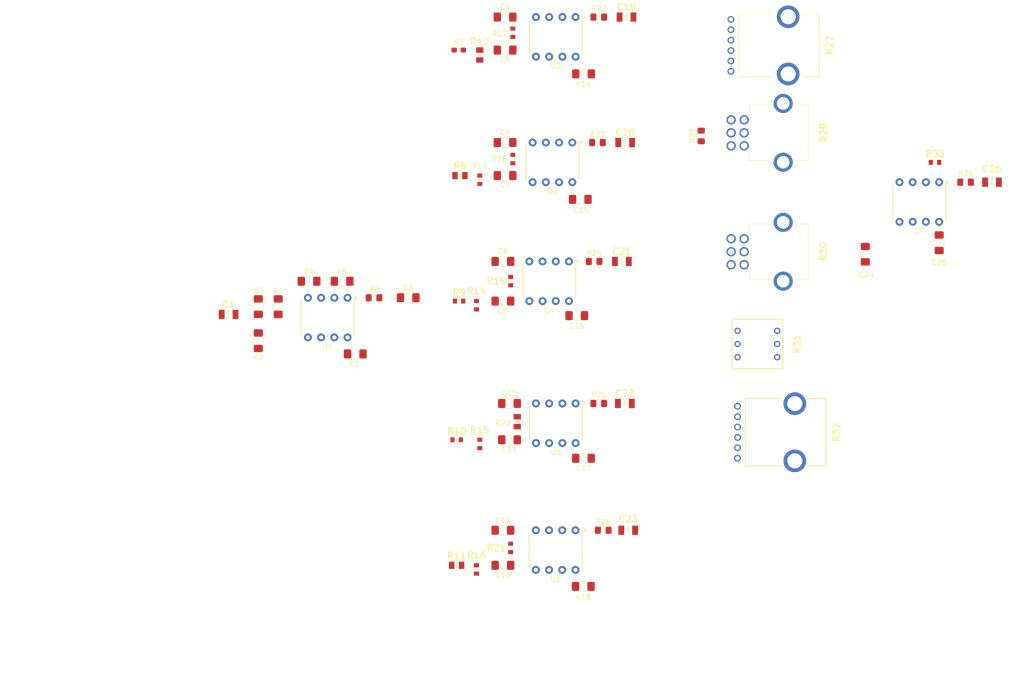
<source format=kicad_pcb>
(kicad_pcb (version 20171130) (host pcbnew "(5.1.2)-2")

  (general
    (thickness 1.6)
    (drawings 1)
    (tracks 0)
    (zones 0)
    (modules 67)
    (nets 44)
  )

  (page A4)
  (layers
    (0 F.Cu signal)
    (31 B.Cu signal)
    (32 B.Adhes user)
    (33 F.Adhes user)
    (34 B.Paste user)
    (35 F.Paste user)
    (36 B.SilkS user)
    (37 F.SilkS user)
    (38 B.Mask user)
    (39 F.Mask user)
    (40 Dwgs.User user hide)
    (41 Cmts.User user)
    (42 Eco1.User user)
    (43 Eco2.User user)
    (44 Edge.Cuts user)
    (45 Margin user)
    (46 B.CrtYd user)
    (47 F.CrtYd user)
    (48 B.Fab user hide)
    (49 F.Fab user hide)
  )

  (setup
    (last_trace_width 0.25)
    (trace_clearance 0.2)
    (zone_clearance 0.508)
    (zone_45_only no)
    (trace_min 0.2)
    (via_size 0.8)
    (via_drill 0.4)
    (via_min_size 0.4)
    (via_min_drill 0.3)
    (uvia_size 0.3)
    (uvia_drill 0.1)
    (uvias_allowed no)
    (uvia_min_size 0.2)
    (uvia_min_drill 0.1)
    (edge_width 0.05)
    (segment_width 0.2)
    (pcb_text_width 0.3)
    (pcb_text_size 1.5 1.5)
    (mod_edge_width 0.12)
    (mod_text_size 1 1)
    (mod_text_width 0.15)
    (pad_size 1.524 1.524)
    (pad_drill 0.762)
    (pad_to_mask_clearance 0.051)
    (solder_mask_min_width 0.25)
    (aux_axis_origin 0 0)
    (visible_elements 7FFFFF7F)
    (pcbplotparams
      (layerselection 0x010fc_ffffffff)
      (usegerberextensions false)
      (usegerberattributes false)
      (usegerberadvancedattributes false)
      (creategerberjobfile false)
      (excludeedgelayer true)
      (linewidth 0.100000)
      (plotframeref false)
      (viasonmask false)
      (mode 1)
      (useauxorigin false)
      (hpglpennumber 1)
      (hpglpenspeed 20)
      (hpglpendiameter 15.000000)
      (psnegative false)
      (psa4output false)
      (plotreference true)
      (plotvalue true)
      (plotinvisibletext false)
      (padsonsilk false)
      (subtractmaskfromsilk false)
      (outputformat 1)
      (mirror false)
      (drillshape 1)
      (scaleselection 1)
      (outputdirectory ""))
  )

  (net 0 "")
  (net 1 "Net-(C1-Pad1)")
  (net 2 "Net-(C1-Pad2)")
  (net 3 GND)
  (net 4 +12V)
  (net 5 "Net-(C3-Pad2)")
  (net 6 "Net-(C3-Pad1)")
  (net 7 "Net-(C4-Pad2)")
  (net 8 "Net-(C4-Pad1)")
  (net 9 "Net-(C5-Pad1)")
  (net 10 "Net-(C6-Pad2)")
  (net 11 "Net-(C6-Pad1)")
  (net 12 "Net-(C7-Pad1)")
  (net 13 "Net-(C8-Pad1)")
  (net 14 "Net-(C8-Pad2)")
  (net 15 "Net-(C9-Pad1)")
  (net 16 "Net-(C10-Pad2)")
  (net 17 "Net-(C10-Pad1)")
  (net 18 "Net-(C11-Pad1)")
  (net 19 "Net-(C12-Pad1)")
  (net 20 "Net-(C12-Pad2)")
  (net 21 "Net-(C13-Pad1)")
  (net 22 "Net-(C19-Pad1)")
  (net 23 "Net-(C19-Pad2)")
  (net 24 "Net-(C20-Pad2)")
  (net 25 "Net-(C20-Pad1)")
  (net 26 "Net-(C21-Pad1)")
  (net 27 "Net-(C21-Pad2)")
  (net 28 "Net-(C22-Pad2)")
  (net 29 "Net-(C22-Pad1)")
  (net 30 "Net-(C23-Pad1)")
  (net 31 "Net-(C23-Pad2)")
  (net 32 "Net-(C24-Pad1)")
  (net 33 "Net-(C26-Pad2)")
  (net 34 "Net-(C26-Pad1)")
  (net 35 "Net-(R4-Pad2)")
  (net 36 "Net-(R5-Pad2)")
  (net 37 "Net-(R27-Pad3)")
  (net 38 "Net-(R28-Pad3)")
  (net 39 "Net-(R30-Pad3)")
  (net 40 "Net-(R31-Pad3)")
  (net 41 "Net-(R32-Pad3)")
  (net 42 "Net-(R33-Pad2)")
  (net 43 V_GND)

  (net_class Default "This is the default net class."
    (clearance 0.2)
    (trace_width 0.25)
    (via_dia 0.8)
    (via_drill 0.4)
    (uvia_dia 0.3)
    (uvia_drill 0.1)
    (add_net +12V)
    (add_net GND)
    (add_net "Net-(C1-Pad1)")
    (add_net "Net-(C1-Pad2)")
    (add_net "Net-(C10-Pad1)")
    (add_net "Net-(C10-Pad2)")
    (add_net "Net-(C11-Pad1)")
    (add_net "Net-(C12-Pad1)")
    (add_net "Net-(C12-Pad2)")
    (add_net "Net-(C13-Pad1)")
    (add_net "Net-(C19-Pad1)")
    (add_net "Net-(C19-Pad2)")
    (add_net "Net-(C20-Pad1)")
    (add_net "Net-(C20-Pad2)")
    (add_net "Net-(C21-Pad1)")
    (add_net "Net-(C21-Pad2)")
    (add_net "Net-(C22-Pad1)")
    (add_net "Net-(C22-Pad2)")
    (add_net "Net-(C23-Pad1)")
    (add_net "Net-(C23-Pad2)")
    (add_net "Net-(C24-Pad1)")
    (add_net "Net-(C26-Pad1)")
    (add_net "Net-(C26-Pad2)")
    (add_net "Net-(C3-Pad1)")
    (add_net "Net-(C3-Pad2)")
    (add_net "Net-(C4-Pad1)")
    (add_net "Net-(C4-Pad2)")
    (add_net "Net-(C5-Pad1)")
    (add_net "Net-(C6-Pad1)")
    (add_net "Net-(C6-Pad2)")
    (add_net "Net-(C7-Pad1)")
    (add_net "Net-(C8-Pad1)")
    (add_net "Net-(C8-Pad2)")
    (add_net "Net-(C9-Pad1)")
    (add_net "Net-(R27-Pad3)")
    (add_net "Net-(R28-Pad3)")
    (add_net "Net-(R30-Pad3)")
    (add_net "Net-(R31-Pad3)")
    (add_net "Net-(R32-Pad3)")
    (add_net "Net-(R33-Pad2)")
    (add_net "Net-(R4-Pad2)")
    (add_net "Net-(R5-Pad2)")
    (add_net V_GND)
  )

  (module Resistor_SMD:R_1206_3216Metric_Pad1.42x1.75mm_HandSolder (layer F.Cu) (tedit 5B301BBD) (tstamp 601D6925)
    (at 115.1525 109.22)
    (descr "Resistor SMD 1206 (3216 Metric), square (rectangular) end terminal, IPC_7351 nominal with elongated pad for handsoldering. (Body size source: http://www.tortai-tech.com/upload/download/2011102023233369053.pdf), generated with kicad-footprint-generator")
    (tags "resistor handsolder")
    (path /5D728D77)
    (attr smd)
    (fp_text reference R5 (at 0 -1.82) (layer F.SilkS)
      (effects (font (size 1 1) (thickness 0.15)))
    )
    (fp_text value 47k (at 0 1.82) (layer F.Fab)
      (effects (font (size 1 1) (thickness 0.15)))
    )
    (fp_text user %R (at 0 0) (layer F.Fab)
      (effects (font (size 0.8 0.8) (thickness 0.12)))
    )
    (fp_line (start 2.45 1.12) (end -2.45 1.12) (layer F.CrtYd) (width 0.05))
    (fp_line (start 2.45 -1.12) (end 2.45 1.12) (layer F.CrtYd) (width 0.05))
    (fp_line (start -2.45 -1.12) (end 2.45 -1.12) (layer F.CrtYd) (width 0.05))
    (fp_line (start -2.45 1.12) (end -2.45 -1.12) (layer F.CrtYd) (width 0.05))
    (fp_line (start -0.602064 0.91) (end 0.602064 0.91) (layer F.SilkS) (width 0.12))
    (fp_line (start -0.602064 -0.91) (end 0.602064 -0.91) (layer F.SilkS) (width 0.12))
    (fp_line (start 1.6 0.8) (end -1.6 0.8) (layer F.Fab) (width 0.1))
    (fp_line (start 1.6 -0.8) (end 1.6 0.8) (layer F.Fab) (width 0.1))
    (fp_line (start -1.6 -0.8) (end 1.6 -0.8) (layer F.Fab) (width 0.1))
    (fp_line (start -1.6 0.8) (end -1.6 -0.8) (layer F.Fab) (width 0.1))
    (pad 2 smd roundrect (at 1.4875 0) (size 1.425 1.75) (layers F.Cu F.Paste F.Mask) (roundrect_rratio 0.175439)
      (net 36 "Net-(R5-Pad2)"))
    (pad 1 smd roundrect (at -1.4875 0) (size 1.425 1.75) (layers F.Cu F.Paste F.Mask) (roundrect_rratio 0.175439)
      (net 35 "Net-(R4-Pad2)"))
    (model ${KISYS3DMOD}/Resistor_SMD.3dshapes/R_1206_3216Metric.wrl
      (at (xyz 0 0 0))
      (scale (xyz 1 1 1))
      (rotate (xyz 0 0 0))
    )
  )

  (module Resistor_SMD:R_1206_3216Metric_Pad1.42x1.75mm_HandSolder (layer F.Cu) (tedit 5B301BBD) (tstamp 601D690B)
    (at 108.8025 109.22)
    (descr "Resistor SMD 1206 (3216 Metric), square (rectangular) end terminal, IPC_7351 nominal with elongated pad for handsoldering. (Body size source: http://www.tortai-tech.com/upload/download/2011102023233369053.pdf), generated with kicad-footprint-generator")
    (tags "resistor handsolder")
    (path /5D728D8C)
    (attr smd)
    (fp_text reference R4 (at 0 -1.82) (layer F.SilkS)
      (effects (font (size 1 1) (thickness 0.15)))
    )
    (fp_text value 47k (at 0 1.82) (layer F.Fab)
      (effects (font (size 1 1) (thickness 0.15)))
    )
    (fp_text user %R (at 0 0) (layer F.Fab)
      (effects (font (size 0.8 0.8) (thickness 0.12)))
    )
    (fp_line (start 2.45 1.12) (end -2.45 1.12) (layer F.CrtYd) (width 0.05))
    (fp_line (start 2.45 -1.12) (end 2.45 1.12) (layer F.CrtYd) (width 0.05))
    (fp_line (start -2.45 -1.12) (end 2.45 -1.12) (layer F.CrtYd) (width 0.05))
    (fp_line (start -2.45 1.12) (end -2.45 -1.12) (layer F.CrtYd) (width 0.05))
    (fp_line (start -0.602064 0.91) (end 0.602064 0.91) (layer F.SilkS) (width 0.12))
    (fp_line (start -0.602064 -0.91) (end 0.602064 -0.91) (layer F.SilkS) (width 0.12))
    (fp_line (start 1.6 0.8) (end -1.6 0.8) (layer F.Fab) (width 0.1))
    (fp_line (start 1.6 -0.8) (end 1.6 0.8) (layer F.Fab) (width 0.1))
    (fp_line (start -1.6 -0.8) (end 1.6 -0.8) (layer F.Fab) (width 0.1))
    (fp_line (start -1.6 0.8) (end -1.6 -0.8) (layer F.Fab) (width 0.1))
    (pad 2 smd roundrect (at 1.4875 0) (size 1.425 1.75) (layers F.Cu F.Paste F.Mask) (roundrect_rratio 0.175439)
      (net 35 "Net-(R4-Pad2)"))
    (pad 1 smd roundrect (at -1.4875 0) (size 1.425 1.75) (layers F.Cu F.Paste F.Mask) (roundrect_rratio 0.175439)
      (net 3 GND))
    (model ${KISYS3DMOD}/Resistor_SMD.3dshapes/R_1206_3216Metric.wrl
      (at (xyz 0 0 0))
      (scale (xyz 1 1 1))
      (rotate (xyz 0 0 0))
    )
  )

  (module Resistor_SMD:R_1206_3216Metric_Pad1.42x1.75mm_HandSolder (layer F.Cu) (tedit 5B301BBD) (tstamp 601E4DD9)
    (at 99.06 114.0968 270)
    (descr "Resistor SMD 1206 (3216 Metric), square (rectangular) end terminal, IPC_7351 nominal with elongated pad for handsoldering. (Body size source: http://www.tortai-tech.com/upload/download/2011102023233369053.pdf), generated with kicad-footprint-generator")
    (tags "resistor handsolder")
    (path /5DF8F310)
    (attr smd)
    (fp_text reference R3 (at -3.0353 0 180) (layer F.SilkS)
      (effects (font (size 1 1) (thickness 0.15)))
    )
    (fp_text value 47k (at 0 1.82 90) (layer F.Fab)
      (effects (font (size 1 1) (thickness 0.15)))
    )
    (fp_text user %R (at 0 0 90) (layer F.Fab)
      (effects (font (size 0.8 0.8) (thickness 0.12)))
    )
    (fp_line (start 2.45 1.12) (end -2.45 1.12) (layer F.CrtYd) (width 0.05))
    (fp_line (start 2.45 -1.12) (end 2.45 1.12) (layer F.CrtYd) (width 0.05))
    (fp_line (start -2.45 -1.12) (end 2.45 -1.12) (layer F.CrtYd) (width 0.05))
    (fp_line (start -2.45 1.12) (end -2.45 -1.12) (layer F.CrtYd) (width 0.05))
    (fp_line (start -0.602064 0.91) (end 0.602064 0.91) (layer F.SilkS) (width 0.12))
    (fp_line (start -0.602064 -0.91) (end 0.602064 -0.91) (layer F.SilkS) (width 0.12))
    (fp_line (start 1.6 0.8) (end -1.6 0.8) (layer F.Fab) (width 0.1))
    (fp_line (start 1.6 -0.8) (end 1.6 0.8) (layer F.Fab) (width 0.1))
    (fp_line (start -1.6 -0.8) (end 1.6 -0.8) (layer F.Fab) (width 0.1))
    (fp_line (start -1.6 0.8) (end -1.6 -0.8) (layer F.Fab) (width 0.1))
    (pad 2 smd roundrect (at 1.4875 0 270) (size 1.425 1.75) (layers F.Cu F.Paste F.Mask) (roundrect_rratio 0.175439)
      (net 1 "Net-(C1-Pad1)"))
    (pad 1 smd roundrect (at -1.4875 0 270) (size 1.425 1.75) (layers F.Cu F.Paste F.Mask) (roundrect_rratio 0.175439)
      (net 3 GND))
    (model ${KISYS3DMOD}/Resistor_SMD.3dshapes/R_1206_3216Metric.wrl
      (at (xyz 0 0 0))
      (scale (xyz 1 1 1))
      (rotate (xyz 0 0 0))
    )
  )

  (module Resistor_SMD:R_1206_3216Metric_Pad1.42x1.75mm_HandSolder (layer F.Cu) (tedit 5B301BBD) (tstamp 601D68D7)
    (at 99.06 120.65 90)
    (descr "Resistor SMD 1206 (3216 Metric), square (rectangular) end terminal, IPC_7351 nominal with elongated pad for handsoldering. (Body size source: http://www.tortai-tech.com/upload/download/2011102023233369053.pdf), generated with kicad-footprint-generator")
    (tags "resistor handsolder")
    (path /5D748BAA)
    (attr smd)
    (fp_text reference R2 (at -3.175 0 180) (layer F.SilkS)
      (effects (font (size 1 1) (thickness 0.15)))
    )
    (fp_text value 47k (at 0 1.82 90) (layer F.Fab)
      (effects (font (size 1 1) (thickness 0.15)))
    )
    (fp_text user %R (at 0 0 90) (layer F.Fab)
      (effects (font (size 0.8 0.8) (thickness 0.12)))
    )
    (fp_line (start 2.45 1.12) (end -2.45 1.12) (layer F.CrtYd) (width 0.05))
    (fp_line (start 2.45 -1.12) (end 2.45 1.12) (layer F.CrtYd) (width 0.05))
    (fp_line (start -2.45 -1.12) (end 2.45 -1.12) (layer F.CrtYd) (width 0.05))
    (fp_line (start -2.45 1.12) (end -2.45 -1.12) (layer F.CrtYd) (width 0.05))
    (fp_line (start -0.602064 0.91) (end 0.602064 0.91) (layer F.SilkS) (width 0.12))
    (fp_line (start -0.602064 -0.91) (end 0.602064 -0.91) (layer F.SilkS) (width 0.12))
    (fp_line (start 1.6 0.8) (end -1.6 0.8) (layer F.Fab) (width 0.1))
    (fp_line (start 1.6 -0.8) (end 1.6 0.8) (layer F.Fab) (width 0.1))
    (fp_line (start -1.6 -0.8) (end 1.6 -0.8) (layer F.Fab) (width 0.1))
    (fp_line (start -1.6 0.8) (end -1.6 -0.8) (layer F.Fab) (width 0.1))
    (pad 2 smd roundrect (at 1.4875 0 90) (size 1.425 1.75) (layers F.Cu F.Paste F.Mask) (roundrect_rratio 0.175439)
      (net 1 "Net-(C1-Pad1)"))
    (pad 1 smd roundrect (at -1.4875 0 90) (size 1.425 1.75) (layers F.Cu F.Paste F.Mask) (roundrect_rratio 0.175439)
      (net 4 +12V))
    (model ${KISYS3DMOD}/Resistor_SMD.3dshapes/R_1206_3216Metric.wrl
      (at (xyz 0 0 0))
      (scale (xyz 1 1 1))
      (rotate (xyz 0 0 0))
    )
  )

  (module Resistor_SMD:R_1206_3216Metric_Pad1.42x1.75mm_HandSolder (layer F.Cu) (tedit 5B301BBD) (tstamp 601E4DA9)
    (at 102.87 114.0968 270)
    (descr "Resistor SMD 1206 (3216 Metric), square (rectangular) end terminal, IPC_7351 nominal with elongated pad for handsoldering. (Body size source: http://www.tortai-tech.com/upload/download/2011102023233369053.pdf), generated with kicad-footprint-generator")
    (tags "resistor handsolder")
    (path /5D753A8E)
    (attr smd)
    (fp_text reference R1 (at -3.0353 0 180) (layer F.SilkS)
      (effects (font (size 1 1) (thickness 0.15)))
    )
    (fp_text value 47k (at 0 1.82 90) (layer F.Fab)
      (effects (font (size 1 1) (thickness 0.15)))
    )
    (fp_text user %R (at 0 0 90) (layer F.Fab)
      (effects (font (size 0.8 0.8) (thickness 0.12)))
    )
    (fp_line (start 2.45 1.12) (end -2.45 1.12) (layer F.CrtYd) (width 0.05))
    (fp_line (start 2.45 -1.12) (end 2.45 1.12) (layer F.CrtYd) (width 0.05))
    (fp_line (start -2.45 -1.12) (end 2.45 -1.12) (layer F.CrtYd) (width 0.05))
    (fp_line (start -2.45 1.12) (end -2.45 -1.12) (layer F.CrtYd) (width 0.05))
    (fp_line (start -0.602064 0.91) (end 0.602064 0.91) (layer F.SilkS) (width 0.12))
    (fp_line (start -0.602064 -0.91) (end 0.602064 -0.91) (layer F.SilkS) (width 0.12))
    (fp_line (start 1.6 0.8) (end -1.6 0.8) (layer F.Fab) (width 0.1))
    (fp_line (start 1.6 -0.8) (end 1.6 0.8) (layer F.Fab) (width 0.1))
    (fp_line (start -1.6 -0.8) (end 1.6 -0.8) (layer F.Fab) (width 0.1))
    (fp_line (start -1.6 0.8) (end -1.6 -0.8) (layer F.Fab) (width 0.1))
    (pad 2 smd roundrect (at 1.4875 0 270) (size 1.425 1.75) (layers F.Cu F.Paste F.Mask) (roundrect_rratio 0.175439)
      (net 1 "Net-(C1-Pad1)"))
    (pad 1 smd roundrect (at -1.4875 0 270) (size 1.425 1.75) (layers F.Cu F.Paste F.Mask) (roundrect_rratio 0.175439)
      (net 3 GND))
    (model ${KISYS3DMOD}/Resistor_SMD.3dshapes/R_1206_3216Metric.wrl
      (at (xyz 0 0 0))
      (scale (xyz 1 1 1))
      (rotate (xyz 0 0 0))
    )
  )

  (module Capacitor_SMD:C_1206_3216Metric_Pad1.42x1.75mm_HandSolder (layer F.Cu) (tedit 5B301BBE) (tstamp 601E2EB7)
    (at 146.05 163.83 180)
    (descr "Capacitor SMD 1206 (3216 Metric), square (rectangular) end terminal, IPC_7351 nominal with elongated pad for handsoldering. (Body size source: http://www.tortai-tech.com/upload/download/2011102023233369053.pdf), generated with kicad-footprint-generator")
    (tags "capacitor handsolder")
    (path /5D95A8E5)
    (attr smd)
    (fp_text reference C13 (at 0 -1.82) (layer F.SilkS)
      (effects (font (size 1 1) (thickness 0.15)))
    )
    (fp_text value 0.0022μ (at 0 1.82) (layer F.Fab)
      (effects (font (size 1 1) (thickness 0.15)))
    )
    (fp_text user %R (at 0 0) (layer F.Fab)
      (effects (font (size 0.8 0.8) (thickness 0.12)))
    )
    (fp_line (start 2.45 1.12) (end -2.45 1.12) (layer F.CrtYd) (width 0.05))
    (fp_line (start 2.45 -1.12) (end 2.45 1.12) (layer F.CrtYd) (width 0.05))
    (fp_line (start -2.45 -1.12) (end 2.45 -1.12) (layer F.CrtYd) (width 0.05))
    (fp_line (start -2.45 1.12) (end -2.45 -1.12) (layer F.CrtYd) (width 0.05))
    (fp_line (start -0.602064 0.91) (end 0.602064 0.91) (layer F.SilkS) (width 0.12))
    (fp_line (start -0.602064 -0.91) (end 0.602064 -0.91) (layer F.SilkS) (width 0.12))
    (fp_line (start 1.6 0.8) (end -1.6 0.8) (layer F.Fab) (width 0.1))
    (fp_line (start 1.6 -0.8) (end 1.6 0.8) (layer F.Fab) (width 0.1))
    (fp_line (start -1.6 -0.8) (end 1.6 -0.8) (layer F.Fab) (width 0.1))
    (fp_line (start -1.6 0.8) (end -1.6 -0.8) (layer F.Fab) (width 0.1))
    (pad 2 smd roundrect (at 1.4875 0 180) (size 1.425 1.75) (layers F.Cu F.Paste F.Mask) (roundrect_rratio 0.175439)
      (net 20 "Net-(C12-Pad2)"))
    (pad 1 smd roundrect (at -1.4875 0 180) (size 1.425 1.75) (layers F.Cu F.Paste F.Mask) (roundrect_rratio 0.175439)
      (net 21 "Net-(C13-Pad1)"))
    (model ${KISYS3DMOD}/Capacitor_SMD.3dshapes/C_1206_3216Metric.wrl
      (at (xyz 0 0 0))
      (scale (xyz 1 1 1))
      (rotate (xyz 0 0 0))
    )
  )

  (module Capacitor_SMD:C_1206_3216Metric_Pad1.42x1.75mm_HandSolder (layer F.Cu) (tedit 5B301BBE) (tstamp 601E2FEF)
    (at 146.05 157.099 180)
    (descr "Capacitor SMD 1206 (3216 Metric), square (rectangular) end terminal, IPC_7351 nominal with elongated pad for handsoldering. (Body size source: http://www.tortai-tech.com/upload/download/2011102023233369053.pdf), generated with kicad-footprint-generator")
    (tags "capacitor handsolder")
    (path /5D95A8D1)
    (attr smd)
    (fp_text reference C12 (at 0 1.905) (layer F.SilkS)
      (effects (font (size 1 1) (thickness 0.15)))
    )
    (fp_text value 0.0022μ (at 0 1.82) (layer F.Fab)
      (effects (font (size 1 1) (thickness 0.15)))
    )
    (fp_text user %R (at 0 0) (layer F.Fab)
      (effects (font (size 0.8 0.8) (thickness 0.12)))
    )
    (fp_line (start 2.45 1.12) (end -2.45 1.12) (layer F.CrtYd) (width 0.05))
    (fp_line (start 2.45 -1.12) (end 2.45 1.12) (layer F.CrtYd) (width 0.05))
    (fp_line (start -2.45 -1.12) (end 2.45 -1.12) (layer F.CrtYd) (width 0.05))
    (fp_line (start -2.45 1.12) (end -2.45 -1.12) (layer F.CrtYd) (width 0.05))
    (fp_line (start -0.602064 0.91) (end 0.602064 0.91) (layer F.SilkS) (width 0.12))
    (fp_line (start -0.602064 -0.91) (end 0.602064 -0.91) (layer F.SilkS) (width 0.12))
    (fp_line (start 1.6 0.8) (end -1.6 0.8) (layer F.Fab) (width 0.1))
    (fp_line (start 1.6 -0.8) (end 1.6 0.8) (layer F.Fab) (width 0.1))
    (fp_line (start -1.6 -0.8) (end 1.6 -0.8) (layer F.Fab) (width 0.1))
    (fp_line (start -1.6 0.8) (end -1.6 -0.8) (layer F.Fab) (width 0.1))
    (pad 2 smd roundrect (at 1.4875 0 180) (size 1.425 1.75) (layers F.Cu F.Paste F.Mask) (roundrect_rratio 0.175439)
      (net 20 "Net-(C12-Pad2)"))
    (pad 1 smd roundrect (at -1.4875 0 180) (size 1.425 1.75) (layers F.Cu F.Paste F.Mask) (roundrect_rratio 0.175439)
      (net 19 "Net-(C12-Pad1)"))
    (model ${KISYS3DMOD}/Capacitor_SMD.3dshapes/C_1206_3216Metric.wrl
      (at (xyz 0 0 0))
      (scale (xyz 1 1 1))
      (rotate (xyz 0 0 0))
    )
  )

  (module Capacitor_SMD:C_1206_3216Metric_Pad1.42x1.75mm_HandSolder (layer F.Cu) (tedit 5B301BBE) (tstamp 601E2EE1)
    (at 147.32 139.7 180)
    (descr "Capacitor SMD 1206 (3216 Metric), square (rectangular) end terminal, IPC_7351 nominal with elongated pad for handsoldering. (Body size source: http://www.tortai-tech.com/upload/download/2011102023233369053.pdf), generated with kicad-footprint-generator")
    (tags "capacitor handsolder")
    (path /5D94E023)
    (attr smd)
    (fp_text reference C11 (at 0 -1.82) (layer F.SilkS)
      (effects (font (size 1 1) (thickness 0.15)))
    )
    (fp_text value 0.0022μ (at 0 1.82) (layer F.Fab)
      (effects (font (size 1 1) (thickness 0.15)))
    )
    (fp_text user %R (at 0 0) (layer F.Fab)
      (effects (font (size 0.8 0.8) (thickness 0.12)))
    )
    (fp_line (start 2.45 1.12) (end -2.45 1.12) (layer F.CrtYd) (width 0.05))
    (fp_line (start 2.45 -1.12) (end 2.45 1.12) (layer F.CrtYd) (width 0.05))
    (fp_line (start -2.45 -1.12) (end 2.45 -1.12) (layer F.CrtYd) (width 0.05))
    (fp_line (start -2.45 1.12) (end -2.45 -1.12) (layer F.CrtYd) (width 0.05))
    (fp_line (start -0.602064 0.91) (end 0.602064 0.91) (layer F.SilkS) (width 0.12))
    (fp_line (start -0.602064 -0.91) (end 0.602064 -0.91) (layer F.SilkS) (width 0.12))
    (fp_line (start 1.6 0.8) (end -1.6 0.8) (layer F.Fab) (width 0.1))
    (fp_line (start 1.6 -0.8) (end 1.6 0.8) (layer F.Fab) (width 0.1))
    (fp_line (start -1.6 -0.8) (end 1.6 -0.8) (layer F.Fab) (width 0.1))
    (fp_line (start -1.6 0.8) (end -1.6 -0.8) (layer F.Fab) (width 0.1))
    (pad 2 smd roundrect (at 1.4875 0 180) (size 1.425 1.75) (layers F.Cu F.Paste F.Mask) (roundrect_rratio 0.175439)
      (net 16 "Net-(C10-Pad2)"))
    (pad 1 smd roundrect (at -1.4875 0 180) (size 1.425 1.75) (layers F.Cu F.Paste F.Mask) (roundrect_rratio 0.175439)
      (net 18 "Net-(C11-Pad1)"))
    (model ${KISYS3DMOD}/Capacitor_SMD.3dshapes/C_1206_3216Metric.wrl
      (at (xyz 0 0 0))
      (scale (xyz 1 1 1))
      (rotate (xyz 0 0 0))
    )
  )

  (module Capacitor_SMD:C_1206_3216Metric_Pad1.42x1.75mm_HandSolder (layer F.Cu) (tedit 5B301BBE) (tstamp 601E3019)
    (at 147.32 132.715 180)
    (descr "Capacitor SMD 1206 (3216 Metric), square (rectangular) end terminal, IPC_7351 nominal with elongated pad for handsoldering. (Body size source: http://www.tortai-tech.com/upload/download/2011102023233369053.pdf), generated with kicad-footprint-generator")
    (tags "capacitor handsolder")
    (path /5D94E00F)
    (attr smd)
    (fp_text reference C10 (at 0 1.905) (layer F.SilkS)
      (effects (font (size 1 1) (thickness 0.15)))
    )
    (fp_text value 0.0022μ (at 0 1.82) (layer F.Fab)
      (effects (font (size 1 1) (thickness 0.15)))
    )
    (fp_text user %R (at 0 0) (layer F.Fab)
      (effects (font (size 0.8 0.8) (thickness 0.12)))
    )
    (fp_line (start 2.45 1.12) (end -2.45 1.12) (layer F.CrtYd) (width 0.05))
    (fp_line (start 2.45 -1.12) (end 2.45 1.12) (layer F.CrtYd) (width 0.05))
    (fp_line (start -2.45 -1.12) (end 2.45 -1.12) (layer F.CrtYd) (width 0.05))
    (fp_line (start -2.45 1.12) (end -2.45 -1.12) (layer F.CrtYd) (width 0.05))
    (fp_line (start -0.602064 0.91) (end 0.602064 0.91) (layer F.SilkS) (width 0.12))
    (fp_line (start -0.602064 -0.91) (end 0.602064 -0.91) (layer F.SilkS) (width 0.12))
    (fp_line (start 1.6 0.8) (end -1.6 0.8) (layer F.Fab) (width 0.1))
    (fp_line (start 1.6 -0.8) (end 1.6 0.8) (layer F.Fab) (width 0.1))
    (fp_line (start -1.6 -0.8) (end 1.6 -0.8) (layer F.Fab) (width 0.1))
    (fp_line (start -1.6 0.8) (end -1.6 -0.8) (layer F.Fab) (width 0.1))
    (pad 2 smd roundrect (at 1.4875 0 180) (size 1.425 1.75) (layers F.Cu F.Paste F.Mask) (roundrect_rratio 0.175439)
      (net 16 "Net-(C10-Pad2)"))
    (pad 1 smd roundrect (at -1.4875 0 180) (size 1.425 1.75) (layers F.Cu F.Paste F.Mask) (roundrect_rratio 0.175439)
      (net 17 "Net-(C10-Pad1)"))
    (model ${KISYS3DMOD}/Capacitor_SMD.3dshapes/C_1206_3216Metric.wrl
      (at (xyz 0 0 0))
      (scale (xyz 1 1 1))
      (rotate (xyz 0 0 0))
    )
  )

  (module Capacitor_SMD:C_1206_3216Metric_Pad1.42x1.75mm_HandSolder (layer F.Cu) (tedit 5B301BBE) (tstamp 601E2F3B)
    (at 146.05 113.03 180)
    (descr "Capacitor SMD 1206 (3216 Metric), square (rectangular) end terminal, IPC_7351 nominal with elongated pad for handsoldering. (Body size source: http://www.tortai-tech.com/upload/download/2011102023233369053.pdf), generated with kicad-footprint-generator")
    (tags "capacitor handsolder")
    (path /5D93D8B8)
    (attr smd)
    (fp_text reference C9 (at 0 -1.82) (layer F.SilkS)
      (effects (font (size 1 1) (thickness 0.15)))
    )
    (fp_text value 0.047μ (at 0 1.82) (layer F.Fab)
      (effects (font (size 1 1) (thickness 0.15)))
    )
    (fp_text user %R (at 0 0) (layer F.Fab)
      (effects (font (size 0.8 0.8) (thickness 0.12)))
    )
    (fp_line (start 2.45 1.12) (end -2.45 1.12) (layer F.CrtYd) (width 0.05))
    (fp_line (start 2.45 -1.12) (end 2.45 1.12) (layer F.CrtYd) (width 0.05))
    (fp_line (start -2.45 -1.12) (end 2.45 -1.12) (layer F.CrtYd) (width 0.05))
    (fp_line (start -2.45 1.12) (end -2.45 -1.12) (layer F.CrtYd) (width 0.05))
    (fp_line (start -0.602064 0.91) (end 0.602064 0.91) (layer F.SilkS) (width 0.12))
    (fp_line (start -0.602064 -0.91) (end 0.602064 -0.91) (layer F.SilkS) (width 0.12))
    (fp_line (start 1.6 0.8) (end -1.6 0.8) (layer F.Fab) (width 0.1))
    (fp_line (start 1.6 -0.8) (end 1.6 0.8) (layer F.Fab) (width 0.1))
    (fp_line (start -1.6 -0.8) (end 1.6 -0.8) (layer F.Fab) (width 0.1))
    (fp_line (start -1.6 0.8) (end -1.6 -0.8) (layer F.Fab) (width 0.1))
    (pad 2 smd roundrect (at 1.4875 0 180) (size 1.425 1.75) (layers F.Cu F.Paste F.Mask) (roundrect_rratio 0.175439)
      (net 14 "Net-(C8-Pad2)"))
    (pad 1 smd roundrect (at -1.4875 0 180) (size 1.425 1.75) (layers F.Cu F.Paste F.Mask) (roundrect_rratio 0.175439)
      (net 15 "Net-(C9-Pad1)"))
    (model ${KISYS3DMOD}/Capacitor_SMD.3dshapes/C_1206_3216Metric.wrl
      (at (xyz 0 0 0))
      (scale (xyz 1 1 1))
      (rotate (xyz 0 0 0))
    )
  )

  (module Capacitor_SMD:C_1206_3216Metric_Pad1.42x1.75mm_HandSolder (layer F.Cu) (tedit 5B301BBE) (tstamp 601E2F65)
    (at 146.05 105.41 180)
    (descr "Capacitor SMD 1206 (3216 Metric), square (rectangular) end terminal, IPC_7351 nominal with elongated pad for handsoldering. (Body size source: http://www.tortai-tech.com/upload/download/2011102023233369053.pdf), generated with kicad-footprint-generator")
    (tags "capacitor handsolder")
    (path /5D93D8A4)
    (attr smd)
    (fp_text reference C8 (at 0 1.905) (layer F.SilkS)
      (effects (font (size 1 1) (thickness 0.15)))
    )
    (fp_text value 0.047μ (at 0 1.82) (layer F.Fab)
      (effects (font (size 1 1) (thickness 0.15)))
    )
    (fp_text user %R (at 0 0) (layer F.Fab)
      (effects (font (size 0.8 0.8) (thickness 0.12)))
    )
    (fp_line (start 2.45 1.12) (end -2.45 1.12) (layer F.CrtYd) (width 0.05))
    (fp_line (start 2.45 -1.12) (end 2.45 1.12) (layer F.CrtYd) (width 0.05))
    (fp_line (start -2.45 -1.12) (end 2.45 -1.12) (layer F.CrtYd) (width 0.05))
    (fp_line (start -2.45 1.12) (end -2.45 -1.12) (layer F.CrtYd) (width 0.05))
    (fp_line (start -0.602064 0.91) (end 0.602064 0.91) (layer F.SilkS) (width 0.12))
    (fp_line (start -0.602064 -0.91) (end 0.602064 -0.91) (layer F.SilkS) (width 0.12))
    (fp_line (start 1.6 0.8) (end -1.6 0.8) (layer F.Fab) (width 0.1))
    (fp_line (start 1.6 -0.8) (end 1.6 0.8) (layer F.Fab) (width 0.1))
    (fp_line (start -1.6 -0.8) (end 1.6 -0.8) (layer F.Fab) (width 0.1))
    (fp_line (start -1.6 0.8) (end -1.6 -0.8) (layer F.Fab) (width 0.1))
    (pad 2 smd roundrect (at 1.4875 0 180) (size 1.425 1.75) (layers F.Cu F.Paste F.Mask) (roundrect_rratio 0.175439)
      (net 14 "Net-(C8-Pad2)"))
    (pad 1 smd roundrect (at -1.4875 0 180) (size 1.425 1.75) (layers F.Cu F.Paste F.Mask) (roundrect_rratio 0.175439)
      (net 13 "Net-(C8-Pad1)"))
    (model ${KISYS3DMOD}/Capacitor_SMD.3dshapes/C_1206_3216Metric.wrl
      (at (xyz 0 0 0))
      (scale (xyz 1 1 1))
      (rotate (xyz 0 0 0))
    )
  )

  (module Resistor_SMD:R_0805_2012Metric_Pad1.15x1.40mm_HandSolder (layer F.Cu) (tedit 5B36C52B) (tstamp 601E29B5)
    (at 165.32976 157.09392)
    (descr "Resistor SMD 0805 (2012 Metric), square (rectangular) end terminal, IPC_7351 nominal with elongated pad for handsoldering. (Body size source: https://docs.google.com/spreadsheets/d/1BsfQQcO9C6DZCsRaXUlFlo91Tg2WpOkGARC1WS5S8t0/edit?usp=sharing), generated with kicad-footprint-generator")
    (tags "resistor handsolder")
    (path /5D95A91C)
    (attr smd)
    (fp_text reference R26 (at 0 -1.65) (layer F.SilkS)
      (effects (font (size 1 1) (thickness 0.15)))
    )
    (fp_text value 100 (at 0 1.65) (layer F.Fab)
      (effects (font (size 1 1) (thickness 0.15)))
    )
    (fp_text user %R (at 0 0) (layer F.Fab)
      (effects (font (size 0.5 0.5) (thickness 0.08)))
    )
    (fp_line (start 1.85 0.95) (end -1.85 0.95) (layer F.CrtYd) (width 0.05))
    (fp_line (start 1.85 -0.95) (end 1.85 0.95) (layer F.CrtYd) (width 0.05))
    (fp_line (start -1.85 -0.95) (end 1.85 -0.95) (layer F.CrtYd) (width 0.05))
    (fp_line (start -1.85 0.95) (end -1.85 -0.95) (layer F.CrtYd) (width 0.05))
    (fp_line (start -0.261252 0.71) (end 0.261252 0.71) (layer F.SilkS) (width 0.12))
    (fp_line (start -0.261252 -0.71) (end 0.261252 -0.71) (layer F.SilkS) (width 0.12))
    (fp_line (start 1 0.6) (end -1 0.6) (layer F.Fab) (width 0.1))
    (fp_line (start 1 -0.6) (end 1 0.6) (layer F.Fab) (width 0.1))
    (fp_line (start -1 -0.6) (end 1 -0.6) (layer F.Fab) (width 0.1))
    (fp_line (start -1 0.6) (end -1 -0.6) (layer F.Fab) (width 0.1))
    (pad 2 smd roundrect (at 1.025 0) (size 1.15 1.4) (layers F.Cu F.Paste F.Mask) (roundrect_rratio 0.217391)
      (net 31 "Net-(C23-Pad2)"))
    (pad 1 smd roundrect (at -1.025 0) (size 1.15 1.4) (layers F.Cu F.Paste F.Mask) (roundrect_rratio 0.217391)
      (net 19 "Net-(C12-Pad1)"))
    (model ${KISYS3DMOD}/Resistor_SMD.3dshapes/R_0805_2012Metric.wrl
      (at (xyz 0 0 0))
      (scale (xyz 1 1 1))
      (rotate (xyz 0 0 0))
    )
  )

  (module Resistor_SMD:R_0603_1608Metric_Pad1.05x0.95mm_HandSolder (layer F.Cu) (tedit 5B301BBD) (tstamp 601D6949)
    (at 137.555 64.77)
    (descr "Resistor SMD 0603 (1608 Metric), square (rectangular) end terminal, IPC_7351 nominal with elongated pad for handsoldering. (Body size source: http://www.tortai-tech.com/upload/download/2011102023233369053.pdf), generated with kicad-footprint-generator")
    (tags "resistor handsolder")
    (path /5D5070B1)
    (attr smd)
    (fp_text reference R7 (at 0 -1.43) (layer F.SilkS)
      (effects (font (size 1 1) (thickness 0.15)))
    )
    (fp_text value 11k (at 0 1.43) (layer F.Fab)
      (effects (font (size 1 1) (thickness 0.15)))
    )
    (fp_text user %R (at 0 0) (layer F.Fab)
      (effects (font (size 0.4 0.4) (thickness 0.06)))
    )
    (fp_line (start 1.65 0.73) (end -1.65 0.73) (layer F.CrtYd) (width 0.05))
    (fp_line (start 1.65 -0.73) (end 1.65 0.73) (layer F.CrtYd) (width 0.05))
    (fp_line (start -1.65 -0.73) (end 1.65 -0.73) (layer F.CrtYd) (width 0.05))
    (fp_line (start -1.65 0.73) (end -1.65 -0.73) (layer F.CrtYd) (width 0.05))
    (fp_line (start -0.171267 0.51) (end 0.171267 0.51) (layer F.SilkS) (width 0.12))
    (fp_line (start -0.171267 -0.51) (end 0.171267 -0.51) (layer F.SilkS) (width 0.12))
    (fp_line (start 0.8 0.4) (end -0.8 0.4) (layer F.Fab) (width 0.1))
    (fp_line (start 0.8 -0.4) (end 0.8 0.4) (layer F.Fab) (width 0.1))
    (fp_line (start -0.8 -0.4) (end 0.8 -0.4) (layer F.Fab) (width 0.1))
    (fp_line (start -0.8 0.4) (end -0.8 -0.4) (layer F.Fab) (width 0.1))
    (pad 2 smd roundrect (at 0.875 0) (size 1.05 0.95) (layers F.Cu F.Paste F.Mask) (roundrect_rratio 0.25)
      (net 7 "Net-(C4-Pad2)"))
    (pad 1 smd roundrect (at -0.875 0) (size 1.05 0.95) (layers F.Cu F.Paste F.Mask) (roundrect_rratio 0.25)
      (net 6 "Net-(C3-Pad1)"))
    (model ${KISYS3DMOD}/Resistor_SMD.3dshapes/R_0603_1608Metric.wrl
      (at (xyz 0 0 0))
      (scale (xyz 1 1 1))
      (rotate (xyz 0 0 0))
    )
  )

  (module Capacitor_SMD:C_1206_3216Metric_Pad1.42x1.75mm_HandSolder (layer F.Cu) (tedit 5B301BBE) (tstamp 601D672E)
    (at 127.8525 112.395 180)
    (descr "Capacitor SMD 1206 (3216 Metric), square (rectangular) end terminal, IPC_7351 nominal with elongated pad for handsoldering. (Body size source: http://www.tortai-tech.com/upload/download/2011102023233369053.pdf), generated with kicad-footprint-generator")
    (tags "capacitor handsolder")
    (path /5D728DB9)
    (attr smd)
    (fp_text reference C3 (at 0 1.905) (layer F.SilkS)
      (effects (font (size 1 1) (thickness 0.15)))
    )
    (fp_text value 10μ (at 0 1.82) (layer F.Fab)
      (effects (font (size 1 1) (thickness 0.15)))
    )
    (fp_text user %R (at 0 0) (layer F.Fab)
      (effects (font (size 0.8 0.8) (thickness 0.12)))
    )
    (fp_line (start 2.45 1.12) (end -2.45 1.12) (layer F.CrtYd) (width 0.05))
    (fp_line (start 2.45 -1.12) (end 2.45 1.12) (layer F.CrtYd) (width 0.05))
    (fp_line (start -2.45 -1.12) (end 2.45 -1.12) (layer F.CrtYd) (width 0.05))
    (fp_line (start -2.45 1.12) (end -2.45 -1.12) (layer F.CrtYd) (width 0.05))
    (fp_line (start -0.602064 0.91) (end 0.602064 0.91) (layer F.SilkS) (width 0.12))
    (fp_line (start -0.602064 -0.91) (end 0.602064 -0.91) (layer F.SilkS) (width 0.12))
    (fp_line (start 1.6 0.8) (end -1.6 0.8) (layer F.Fab) (width 0.1))
    (fp_line (start 1.6 -0.8) (end 1.6 0.8) (layer F.Fab) (width 0.1))
    (fp_line (start -1.6 -0.8) (end 1.6 -0.8) (layer F.Fab) (width 0.1))
    (fp_line (start -1.6 0.8) (end -1.6 -0.8) (layer F.Fab) (width 0.1))
    (pad 2 smd roundrect (at 1.4875 0 180) (size 1.425 1.75) (layers F.Cu F.Paste F.Mask) (roundrect_rratio 0.175439)
      (net 5 "Net-(C3-Pad2)"))
    (pad 1 smd roundrect (at -1.4875 0 180) (size 1.425 1.75) (layers F.Cu F.Paste F.Mask) (roundrect_rratio 0.175439)
      (net 6 "Net-(C3-Pad1)"))
    (model ${KISYS3DMOD}/Capacitor_SMD.3dshapes/C_1206_3216Metric.wrl
      (at (xyz 0 0 0))
      (scale (xyz 1 1 1))
      (rotate (xyz 0 0 0))
    )
  )

  (module SamacSys_Parts:CAPC3216X125N (layer F.Cu) (tedit 60139D88) (tstamp 601D670A)
    (at 93.345 115.58524 180)
    (descr 1206)
    (tags Capacitor)
    (path /5D707307)
    (attr smd)
    (fp_text reference C1 (at 0 1.905) (layer F.SilkS)
      (effects (font (size 1.27 1.27) (thickness 0.254)))
    )
    (fp_text value 10μ (at 0 2.032) (layer F.SilkS) hide
      (effects (font (size 1.27 1.27) (thickness 0.254)))
    )
    (fp_text user %R (at -4.064 0) (layer F.Fab)
      (effects (font (size 1.27 1.27) (thickness 0.254)))
    )
    (fp_line (start -2.04 -1.04) (end 2.04 -1.04) (layer F.CrtYd) (width 0.05))
    (fp_line (start 2.04 -1.04) (end 2.04 1.04) (layer F.CrtYd) (width 0.05))
    (fp_line (start 2.04 1.04) (end -2.04 1.04) (layer F.CrtYd) (width 0.05))
    (fp_line (start -2.04 1.04) (end -2.04 -1.04) (layer F.CrtYd) (width 0.05))
    (fp_line (start -1.6 -0.8) (end 1.6 -0.8) (layer F.Fab) (width 0.1))
    (fp_line (start 1.6 -0.8) (end 1.6 0.8) (layer F.Fab) (width 0.1))
    (fp_line (start 1.6 0.8) (end -1.6 0.8) (layer F.Fab) (width 0.1))
    (fp_line (start -1.6 0.8) (end -1.6 -0.8) (layer F.Fab) (width 0.1))
    (fp_line (start 0 -0.7) (end 0 0.7) (layer F.SilkS) (width 0.2))
    (pad 1 smd rect (at -1.33 0 180) (size 1.12 1.78) (layers F.Cu F.Paste F.Mask)
      (net 1 "Net-(C1-Pad1)"))
    (pad 2 smd rect (at 1.33 0 180) (size 1.12 1.78) (layers F.Cu F.Paste F.Mask)
      (net 2 "Net-(C1-Pad2)"))
    (model "C:\\Users\\Andrew's LG\\Downloads\\SamacSys_Parts.3dshapes\\ECJ-3YB1E106M.stp"
      (at (xyz 0 0 0))
      (scale (xyz 1 1 1))
      (rotate (xyz 0 0 0))
    )
  )

  (module Capacitor_SMD:C_1206_3216Metric_Pad1.42x1.75mm_HandSolder (layer F.Cu) (tedit 5B301BBE) (tstamp 601D671B)
    (at 117.6893 123.19 180)
    (descr "Capacitor SMD 1206 (3216 Metric), square (rectangular) end terminal, IPC_7351 nominal with elongated pad for handsoldering. (Body size source: http://www.tortai-tech.com/upload/download/2011102023233369053.pdf), generated with kicad-footprint-generator")
    (tags "capacitor handsolder")
    (path /5D728D9C)
    (attr smd)
    (fp_text reference C2 (at 0.2143 -1.905) (layer F.SilkS)
      (effects (font (size 1 1) (thickness 0.15)))
    )
    (fp_text value 0.1μ (at 0 1.82) (layer F.Fab)
      (effects (font (size 1 1) (thickness 0.15)))
    )
    (fp_text user %R (at 0 0) (layer F.Fab)
      (effects (font (size 0.8 0.8) (thickness 0.12)))
    )
    (fp_line (start 2.45 1.12) (end -2.45 1.12) (layer F.CrtYd) (width 0.05))
    (fp_line (start 2.45 -1.12) (end 2.45 1.12) (layer F.CrtYd) (width 0.05))
    (fp_line (start -2.45 -1.12) (end 2.45 -1.12) (layer F.CrtYd) (width 0.05))
    (fp_line (start -2.45 1.12) (end -2.45 -1.12) (layer F.CrtYd) (width 0.05))
    (fp_line (start -0.602064 0.91) (end 0.602064 0.91) (layer F.SilkS) (width 0.12))
    (fp_line (start -0.602064 -0.91) (end 0.602064 -0.91) (layer F.SilkS) (width 0.12))
    (fp_line (start 1.6 0.8) (end -1.6 0.8) (layer F.Fab) (width 0.1))
    (fp_line (start 1.6 -0.8) (end 1.6 0.8) (layer F.Fab) (width 0.1))
    (fp_line (start -1.6 -0.8) (end 1.6 -0.8) (layer F.Fab) (width 0.1))
    (fp_line (start -1.6 0.8) (end -1.6 -0.8) (layer F.Fab) (width 0.1))
    (pad 2 smd roundrect (at 1.4875 0 180) (size 1.425 1.75) (layers F.Cu F.Paste F.Mask) (roundrect_rratio 0.175439)
      (net 4 +12V))
    (pad 1 smd roundrect (at -1.4875 0 180) (size 1.425 1.75) (layers F.Cu F.Paste F.Mask) (roundrect_rratio 0.175439)
      (net 3 GND))
    (model ${KISYS3DMOD}/Capacitor_SMD.3dshapes/C_1206_3216Metric.wrl
      (at (xyz 0 0 0))
      (scale (xyz 1 1 1))
      (rotate (xyz 0 0 0))
    )
  )

  (module Capacitor_SMD:C_1206_3216Metric_Pad1.42x1.75mm_HandSolder (layer F.Cu) (tedit 5B301BBE) (tstamp 601D673F)
    (at 146.4675 58.42 180)
    (descr "Capacitor SMD 1206 (3216 Metric), square (rectangular) end terminal, IPC_7351 nominal with elongated pad for handsoldering. (Body size source: http://www.tortai-tech.com/upload/download/2011102023233369053.pdf), generated with kicad-footprint-generator")
    (tags "capacitor handsolder")
    (path /5D5009EA)
    (attr smd)
    (fp_text reference C4 (at 0 1.905) (layer F.SilkS)
      (effects (font (size 1 1) (thickness 0.15)))
    )
    (fp_text value 0.1μ (at 0 1.82) (layer F.Fab)
      (effects (font (size 1 1) (thickness 0.15)))
    )
    (fp_text user %R (at 0 0) (layer F.Fab)
      (effects (font (size 0.8 0.8) (thickness 0.12)))
    )
    (fp_line (start 2.45 1.12) (end -2.45 1.12) (layer F.CrtYd) (width 0.05))
    (fp_line (start 2.45 -1.12) (end 2.45 1.12) (layer F.CrtYd) (width 0.05))
    (fp_line (start -2.45 -1.12) (end 2.45 -1.12) (layer F.CrtYd) (width 0.05))
    (fp_line (start -2.45 1.12) (end -2.45 -1.12) (layer F.CrtYd) (width 0.05))
    (fp_line (start -0.602064 0.91) (end 0.602064 0.91) (layer F.SilkS) (width 0.12))
    (fp_line (start -0.602064 -0.91) (end 0.602064 -0.91) (layer F.SilkS) (width 0.12))
    (fp_line (start 1.6 0.8) (end -1.6 0.8) (layer F.Fab) (width 0.1))
    (fp_line (start 1.6 -0.8) (end 1.6 0.8) (layer F.Fab) (width 0.1))
    (fp_line (start -1.6 -0.8) (end 1.6 -0.8) (layer F.Fab) (width 0.1))
    (fp_line (start -1.6 0.8) (end -1.6 -0.8) (layer F.Fab) (width 0.1))
    (pad 2 smd roundrect (at 1.4875 0 180) (size 1.425 1.75) (layers F.Cu F.Paste F.Mask) (roundrect_rratio 0.175439)
      (net 7 "Net-(C4-Pad2)"))
    (pad 1 smd roundrect (at -1.4875 0 180) (size 1.425 1.75) (layers F.Cu F.Paste F.Mask) (roundrect_rratio 0.175439)
      (net 8 "Net-(C4-Pad1)"))
    (model ${KISYS3DMOD}/Capacitor_SMD.3dshapes/C_1206_3216Metric.wrl
      (at (xyz 0 0 0))
      (scale (xyz 1 1 1))
      (rotate (xyz 0 0 0))
    )
  )

  (module Capacitor_SMD:C_1206_3216Metric_Pad1.42x1.75mm_HandSolder (layer F.Cu) (tedit 5B301BBE) (tstamp 601D6750)
    (at 146.4675 64.77 180)
    (descr "Capacitor SMD 1206 (3216 Metric), square (rectangular) end terminal, IPC_7351 nominal with elongated pad for handsoldering. (Body size source: http://www.tortai-tech.com/upload/download/2011102023233369053.pdf), generated with kicad-footprint-generator")
    (tags "capacitor handsolder")
    (path /5D506577)
    (attr smd)
    (fp_text reference C5 (at 0 -1.82) (layer F.SilkS)
      (effects (font (size 1 1) (thickness 0.15)))
    )
    (fp_text value 0.1μ (at 0 1.82) (layer F.Fab)
      (effects (font (size 1 1) (thickness 0.15)))
    )
    (fp_text user %R (at 0 0) (layer F.Fab)
      (effects (font (size 0.8 0.8) (thickness 0.12)))
    )
    (fp_line (start 2.45 1.12) (end -2.45 1.12) (layer F.CrtYd) (width 0.05))
    (fp_line (start 2.45 -1.12) (end 2.45 1.12) (layer F.CrtYd) (width 0.05))
    (fp_line (start -2.45 -1.12) (end 2.45 -1.12) (layer F.CrtYd) (width 0.05))
    (fp_line (start -2.45 1.12) (end -2.45 -1.12) (layer F.CrtYd) (width 0.05))
    (fp_line (start -0.602064 0.91) (end 0.602064 0.91) (layer F.SilkS) (width 0.12))
    (fp_line (start -0.602064 -0.91) (end 0.602064 -0.91) (layer F.SilkS) (width 0.12))
    (fp_line (start 1.6 0.8) (end -1.6 0.8) (layer F.Fab) (width 0.1))
    (fp_line (start 1.6 -0.8) (end 1.6 0.8) (layer F.Fab) (width 0.1))
    (fp_line (start -1.6 -0.8) (end 1.6 -0.8) (layer F.Fab) (width 0.1))
    (fp_line (start -1.6 0.8) (end -1.6 -0.8) (layer F.Fab) (width 0.1))
    (pad 2 smd roundrect (at 1.4875 0 180) (size 1.425 1.75) (layers F.Cu F.Paste F.Mask) (roundrect_rratio 0.175439)
      (net 7 "Net-(C4-Pad2)"))
    (pad 1 smd roundrect (at -1.4875 0 180) (size 1.425 1.75) (layers F.Cu F.Paste F.Mask) (roundrect_rratio 0.175439)
      (net 9 "Net-(C5-Pad1)"))
    (model ${KISYS3DMOD}/Capacitor_SMD.3dshapes/C_1206_3216Metric.wrl
      (at (xyz 0 0 0))
      (scale (xyz 1 1 1))
      (rotate (xyz 0 0 0))
    )
  )

  (module Capacitor_SMD:C_1206_3216Metric_Pad1.42x1.75mm_HandSolder (layer F.Cu) (tedit 5B301BBE) (tstamp 601E2F0D)
    (at 146.4675 82.55 180)
    (descr "Capacitor SMD 1206 (3216 Metric), square (rectangular) end terminal, IPC_7351 nominal with elongated pad for handsoldering. (Body size source: http://www.tortai-tech.com/upload/download/2011102023233369053.pdf), generated with kicad-footprint-generator")
    (tags "capacitor handsolder")
    (path /5D93006C)
    (attr smd)
    (fp_text reference C6 (at 0 1.905) (layer F.SilkS)
      (effects (font (size 1 1) (thickness 0.15)))
    )
    (fp_text value 0.1μ (at 0 1.82) (layer F.Fab)
      (effects (font (size 1 1) (thickness 0.15)))
    )
    (fp_text user %R (at 0 0) (layer F.Fab)
      (effects (font (size 0.8 0.8) (thickness 0.12)))
    )
    (fp_line (start 2.45 1.12) (end -2.45 1.12) (layer F.CrtYd) (width 0.05))
    (fp_line (start 2.45 -1.12) (end 2.45 1.12) (layer F.CrtYd) (width 0.05))
    (fp_line (start -2.45 -1.12) (end 2.45 -1.12) (layer F.CrtYd) (width 0.05))
    (fp_line (start -2.45 1.12) (end -2.45 -1.12) (layer F.CrtYd) (width 0.05))
    (fp_line (start -0.602064 0.91) (end 0.602064 0.91) (layer F.SilkS) (width 0.12))
    (fp_line (start -0.602064 -0.91) (end 0.602064 -0.91) (layer F.SilkS) (width 0.12))
    (fp_line (start 1.6 0.8) (end -1.6 0.8) (layer F.Fab) (width 0.1))
    (fp_line (start 1.6 -0.8) (end 1.6 0.8) (layer F.Fab) (width 0.1))
    (fp_line (start -1.6 -0.8) (end 1.6 -0.8) (layer F.Fab) (width 0.1))
    (fp_line (start -1.6 0.8) (end -1.6 -0.8) (layer F.Fab) (width 0.1))
    (pad 2 smd roundrect (at 1.4875 0 180) (size 1.425 1.75) (layers F.Cu F.Paste F.Mask) (roundrect_rratio 0.175439)
      (net 10 "Net-(C6-Pad2)"))
    (pad 1 smd roundrect (at -1.4875 0 180) (size 1.425 1.75) (layers F.Cu F.Paste F.Mask) (roundrect_rratio 0.175439)
      (net 11 "Net-(C6-Pad1)"))
    (model ${KISYS3DMOD}/Capacitor_SMD.3dshapes/C_1206_3216Metric.wrl
      (at (xyz 0 0 0))
      (scale (xyz 1 1 1))
      (rotate (xyz 0 0 0))
    )
  )

  (module Capacitor_SMD:C_1206_3216Metric_Pad1.42x1.75mm_HandSolder (layer F.Cu) (tedit 5B301BBE) (tstamp 601E2F91)
    (at 146.4675 88.9 180)
    (descr "Capacitor SMD 1206 (3216 Metric), square (rectangular) end terminal, IPC_7351 nominal with elongated pad for handsoldering. (Body size source: http://www.tortai-tech.com/upload/download/2011102023233369053.pdf), generated with kicad-footprint-generator")
    (tags "capacitor handsolder")
    (path /5D930080)
    (attr smd)
    (fp_text reference C7 (at 0 -1.82) (layer F.SilkS)
      (effects (font (size 1 1) (thickness 0.15)))
    )
    (fp_text value 0.1μ (at 0 1.82) (layer F.Fab)
      (effects (font (size 1 1) (thickness 0.15)))
    )
    (fp_line (start -1.6 0.8) (end -1.6 -0.8) (layer F.Fab) (width 0.1))
    (fp_line (start -1.6 -0.8) (end 1.6 -0.8) (layer F.Fab) (width 0.1))
    (fp_line (start 1.6 -0.8) (end 1.6 0.8) (layer F.Fab) (width 0.1))
    (fp_line (start 1.6 0.8) (end -1.6 0.8) (layer F.Fab) (width 0.1))
    (fp_line (start -0.602064 -0.91) (end 0.602064 -0.91) (layer F.SilkS) (width 0.12))
    (fp_line (start -0.602064 0.91) (end 0.602064 0.91) (layer F.SilkS) (width 0.12))
    (fp_line (start -2.45 1.12) (end -2.45 -1.12) (layer F.CrtYd) (width 0.05))
    (fp_line (start -2.45 -1.12) (end 2.45 -1.12) (layer F.CrtYd) (width 0.05))
    (fp_line (start 2.45 -1.12) (end 2.45 1.12) (layer F.CrtYd) (width 0.05))
    (fp_line (start 2.45 1.12) (end -2.45 1.12) (layer F.CrtYd) (width 0.05))
    (fp_text user %R (at 0 0) (layer F.Fab)
      (effects (font (size 0.8 0.8) (thickness 0.12)))
    )
    (pad 1 smd roundrect (at -1.4875 0 180) (size 1.425 1.75) (layers F.Cu F.Paste F.Mask) (roundrect_rratio 0.175439)
      (net 12 "Net-(C7-Pad1)"))
    (pad 2 smd roundrect (at 1.4875 0 180) (size 1.425 1.75) (layers F.Cu F.Paste F.Mask) (roundrect_rratio 0.175439)
      (net 10 "Net-(C6-Pad2)"))
    (model ${KISYS3DMOD}/Capacitor_SMD.3dshapes/C_1206_3216Metric.wrl
      (at (xyz 0 0 0))
      (scale (xyz 1 1 1))
      (rotate (xyz 0 0 0))
    )
  )

  (module Capacitor_SMD:C_1206_3216Metric_Pad1.42x1.75mm_HandSolder (layer F.Cu) (tedit 5B301BBE) (tstamp 601E559F)
    (at 161.544 69.342 180)
    (descr "Capacitor SMD 1206 (3216 Metric), square (rectangular) end terminal, IPC_7351 nominal with elongated pad for handsoldering. (Body size source: http://www.tortai-tech.com/upload/download/2011102023233369053.pdf), generated with kicad-footprint-generator")
    (tags "capacitor handsolder")
    (path /604086FD)
    (attr smd)
    (fp_text reference C14 (at 0 -2.032) (layer F.SilkS)
      (effects (font (size 1 1) (thickness 0.15)))
    )
    (fp_text value 0.1μ (at 0 1.82) (layer F.Fab)
      (effects (font (size 1 1) (thickness 0.15)))
    )
    (fp_line (start -1.6 0.8) (end -1.6 -0.8) (layer F.Fab) (width 0.1))
    (fp_line (start -1.6 -0.8) (end 1.6 -0.8) (layer F.Fab) (width 0.1))
    (fp_line (start 1.6 -0.8) (end 1.6 0.8) (layer F.Fab) (width 0.1))
    (fp_line (start 1.6 0.8) (end -1.6 0.8) (layer F.Fab) (width 0.1))
    (fp_line (start -0.602064 -0.91) (end 0.602064 -0.91) (layer F.SilkS) (width 0.12))
    (fp_line (start -0.602064 0.91) (end 0.602064 0.91) (layer F.SilkS) (width 0.12))
    (fp_line (start -2.45 1.12) (end -2.45 -1.12) (layer F.CrtYd) (width 0.05))
    (fp_line (start -2.45 -1.12) (end 2.45 -1.12) (layer F.CrtYd) (width 0.05))
    (fp_line (start 2.45 -1.12) (end 2.45 1.12) (layer F.CrtYd) (width 0.05))
    (fp_line (start 2.45 1.12) (end -2.45 1.12) (layer F.CrtYd) (width 0.05))
    (fp_text user %R (at 0 0) (layer F.Fab)
      (effects (font (size 0.8 0.8) (thickness 0.12)))
    )
    (pad 1 smd roundrect (at -1.4875 0 180) (size 1.425 1.75) (layers F.Cu F.Paste F.Mask) (roundrect_rratio 0.175439)
      (net 3 GND))
    (pad 2 smd roundrect (at 1.4875 0 180) (size 1.425 1.75) (layers F.Cu F.Paste F.Mask) (roundrect_rratio 0.175439)
      (net 4 +12V))
    (model ${KISYS3DMOD}/Capacitor_SMD.3dshapes/C_1206_3216Metric.wrl
      (at (xyz 0 0 0))
      (scale (xyz 1 1 1))
      (rotate (xyz 0 0 0))
    )
  )

  (module Capacitor_SMD:C_1206_3216Metric_Pad1.42x1.75mm_HandSolder (layer F.Cu) (tedit 5B301BBE) (tstamp 601E2FC1)
    (at 160.9201 93.472 180)
    (descr "Capacitor SMD 1206 (3216 Metric), square (rectangular) end terminal, IPC_7351 nominal with elongated pad for handsoldering. (Body size source: http://www.tortai-tech.com/upload/download/2011102023233369053.pdf), generated with kicad-footprint-generator")
    (tags "capacitor handsolder")
    (path /602B96FA)
    (attr smd)
    (fp_text reference C15 (at -0.1159 -2.032) (layer F.SilkS)
      (effects (font (size 1 1) (thickness 0.15)))
    )
    (fp_text value 0.1μ (at 0 1.82) (layer F.Fab)
      (effects (font (size 1 1) (thickness 0.15)))
    )
    (fp_line (start -1.6 0.8) (end -1.6 -0.8) (layer F.Fab) (width 0.1))
    (fp_line (start -1.6 -0.8) (end 1.6 -0.8) (layer F.Fab) (width 0.1))
    (fp_line (start 1.6 -0.8) (end 1.6 0.8) (layer F.Fab) (width 0.1))
    (fp_line (start 1.6 0.8) (end -1.6 0.8) (layer F.Fab) (width 0.1))
    (fp_line (start -0.602064 -0.91) (end 0.602064 -0.91) (layer F.SilkS) (width 0.12))
    (fp_line (start -0.602064 0.91) (end 0.602064 0.91) (layer F.SilkS) (width 0.12))
    (fp_line (start -2.45 1.12) (end -2.45 -1.12) (layer F.CrtYd) (width 0.05))
    (fp_line (start -2.45 -1.12) (end 2.45 -1.12) (layer F.CrtYd) (width 0.05))
    (fp_line (start 2.45 -1.12) (end 2.45 1.12) (layer F.CrtYd) (width 0.05))
    (fp_line (start 2.45 1.12) (end -2.45 1.12) (layer F.CrtYd) (width 0.05))
    (fp_text user %R (at 0 0) (layer F.Fab)
      (effects (font (size 0.8 0.8) (thickness 0.12)))
    )
    (pad 1 smd roundrect (at -1.4875 0 180) (size 1.425 1.75) (layers F.Cu F.Paste F.Mask) (roundrect_rratio 0.175439)
      (net 3 GND))
    (pad 2 smd roundrect (at 1.4875 0 180) (size 1.425 1.75) (layers F.Cu F.Paste F.Mask) (roundrect_rratio 0.175439)
      (net 4 +12V))
    (model ${KISYS3DMOD}/Capacitor_SMD.3dshapes/C_1206_3216Metric.wrl
      (at (xyz 0 0 0))
      (scale (xyz 1 1 1))
      (rotate (xyz 0 0 0))
    )
  )

  (module Capacitor_SMD:C_1206_3216Metric_Pad1.42x1.75mm_HandSolder (layer F.Cu) (tedit 5B301BBE) (tstamp 601E2D48)
    (at 160.23938 115.824 180)
    (descr "Capacitor SMD 1206 (3216 Metric), square (rectangular) end terminal, IPC_7351 nominal with elongated pad for handsoldering. (Body size source: http://www.tortai-tech.com/upload/download/2011102023233369053.pdf), generated with kicad-footprint-generator")
    (tags "capacitor handsolder")
    (path /5DDA0030)
    (attr smd)
    (fp_text reference C16 (at -0.03462 -2.032) (layer F.SilkS)
      (effects (font (size 1 1) (thickness 0.15)))
    )
    (fp_text value 0.1μ (at 0 1.82) (layer F.Fab)
      (effects (font (size 1 1) (thickness 0.15)))
    )
    (fp_line (start -1.6 0.8) (end -1.6 -0.8) (layer F.Fab) (width 0.1))
    (fp_line (start -1.6 -0.8) (end 1.6 -0.8) (layer F.Fab) (width 0.1))
    (fp_line (start 1.6 -0.8) (end 1.6 0.8) (layer F.Fab) (width 0.1))
    (fp_line (start 1.6 0.8) (end -1.6 0.8) (layer F.Fab) (width 0.1))
    (fp_line (start -0.602064 -0.91) (end 0.602064 -0.91) (layer F.SilkS) (width 0.12))
    (fp_line (start -0.602064 0.91) (end 0.602064 0.91) (layer F.SilkS) (width 0.12))
    (fp_line (start -2.45 1.12) (end -2.45 -1.12) (layer F.CrtYd) (width 0.05))
    (fp_line (start -2.45 -1.12) (end 2.45 -1.12) (layer F.CrtYd) (width 0.05))
    (fp_line (start 2.45 -1.12) (end 2.45 1.12) (layer F.CrtYd) (width 0.05))
    (fp_line (start 2.45 1.12) (end -2.45 1.12) (layer F.CrtYd) (width 0.05))
    (fp_text user %R (at 0 0) (layer F.Fab)
      (effects (font (size 0.8 0.8) (thickness 0.12)))
    )
    (pad 1 smd roundrect (at -1.4875 0 180) (size 1.425 1.75) (layers F.Cu F.Paste F.Mask) (roundrect_rratio 0.175439)
      (net 3 GND))
    (pad 2 smd roundrect (at 1.4875 0 180) (size 1.425 1.75) (layers F.Cu F.Paste F.Mask) (roundrect_rratio 0.175439)
      (net 4 +12V))
    (model ${KISYS3DMOD}/Capacitor_SMD.3dshapes/C_1206_3216Metric.wrl
      (at (xyz 0 0 0))
      (scale (xyz 1 1 1))
      (rotate (xyz 0 0 0))
    )
  )

  (module Capacitor_SMD:C_1206_3216Metric_Pad1.42x1.75mm_HandSolder (layer F.Cu) (tedit 5B301BBE) (tstamp 601E2DFF)
    (at 161.5297 143.256 180)
    (descr "Capacitor SMD 1206 (3216 Metric), square (rectangular) end terminal, IPC_7351 nominal with elongated pad for handsoldering. (Body size source: http://www.tortai-tech.com/upload/download/2011102023233369053.pdf), generated with kicad-footprint-generator")
    (tags "capacitor handsolder")
    (path /60376A39)
    (attr smd)
    (fp_text reference C17 (at -0.0905 -1.905) (layer F.SilkS)
      (effects (font (size 1 1) (thickness 0.15)))
    )
    (fp_text value 0.1μ (at 0 1.82) (layer F.Fab)
      (effects (font (size 1 1) (thickness 0.15)))
    )
    (fp_text user %R (at 0 0) (layer F.Fab)
      (effects (font (size 0.8 0.8) (thickness 0.12)))
    )
    (fp_line (start 2.45 1.12) (end -2.45 1.12) (layer F.CrtYd) (width 0.05))
    (fp_line (start 2.45 -1.12) (end 2.45 1.12) (layer F.CrtYd) (width 0.05))
    (fp_line (start -2.45 -1.12) (end 2.45 -1.12) (layer F.CrtYd) (width 0.05))
    (fp_line (start -2.45 1.12) (end -2.45 -1.12) (layer F.CrtYd) (width 0.05))
    (fp_line (start -0.602064 0.91) (end 0.602064 0.91) (layer F.SilkS) (width 0.12))
    (fp_line (start -0.602064 -0.91) (end 0.602064 -0.91) (layer F.SilkS) (width 0.12))
    (fp_line (start 1.6 0.8) (end -1.6 0.8) (layer F.Fab) (width 0.1))
    (fp_line (start 1.6 -0.8) (end 1.6 0.8) (layer F.Fab) (width 0.1))
    (fp_line (start -1.6 -0.8) (end 1.6 -0.8) (layer F.Fab) (width 0.1))
    (fp_line (start -1.6 0.8) (end -1.6 -0.8) (layer F.Fab) (width 0.1))
    (pad 2 smd roundrect (at 1.4875 0 180) (size 1.425 1.75) (layers F.Cu F.Paste F.Mask) (roundrect_rratio 0.175439)
      (net 4 +12V))
    (pad 1 smd roundrect (at -1.4875 0 180) (size 1.425 1.75) (layers F.Cu F.Paste F.Mask) (roundrect_rratio 0.175439)
      (net 3 GND))
    (model ${KISYS3DMOD}/Capacitor_SMD.3dshapes/C_1206_3216Metric.wrl
      (at (xyz 0 0 0))
      (scale (xyz 1 1 1))
      (rotate (xyz 0 0 0))
    )
  )

  (module Capacitor_SMD:C_1206_3216Metric_Pad1.42x1.75mm_HandSolder (layer F.Cu) (tedit 5B301BBE) (tstamp 601E2E89)
    (at 161.4932 167.894 180)
    (descr "Capacitor SMD 1206 (3216 Metric), square (rectangular) end terminal, IPC_7351 nominal with elongated pad for handsoldering. (Body size source: http://www.tortai-tech.com/upload/download/2011102023233369053.pdf), generated with kicad-footprint-generator")
    (tags "capacitor handsolder")
    (path /5DE65615)
    (attr smd)
    (fp_text reference C18 (at -0.0508 -2.032) (layer F.SilkS)
      (effects (font (size 1 1) (thickness 0.15)))
    )
    (fp_text value 0.1μ (at 0 1.82) (layer F.Fab)
      (effects (font (size 1 1) (thickness 0.15)))
    )
    (fp_text user %R (at 0 0) (layer F.Fab)
      (effects (font (size 0.8 0.8) (thickness 0.12)))
    )
    (fp_line (start 2.45 1.12) (end -2.45 1.12) (layer F.CrtYd) (width 0.05))
    (fp_line (start 2.45 -1.12) (end 2.45 1.12) (layer F.CrtYd) (width 0.05))
    (fp_line (start -2.45 -1.12) (end 2.45 -1.12) (layer F.CrtYd) (width 0.05))
    (fp_line (start -2.45 1.12) (end -2.45 -1.12) (layer F.CrtYd) (width 0.05))
    (fp_line (start -0.602064 0.91) (end 0.602064 0.91) (layer F.SilkS) (width 0.12))
    (fp_line (start -0.602064 -0.91) (end 0.602064 -0.91) (layer F.SilkS) (width 0.12))
    (fp_line (start 1.6 0.8) (end -1.6 0.8) (layer F.Fab) (width 0.1))
    (fp_line (start 1.6 -0.8) (end 1.6 0.8) (layer F.Fab) (width 0.1))
    (fp_line (start -1.6 -0.8) (end 1.6 -0.8) (layer F.Fab) (width 0.1))
    (fp_line (start -1.6 0.8) (end -1.6 -0.8) (layer F.Fab) (width 0.1))
    (pad 2 smd roundrect (at 1.4875 0 180) (size 1.425 1.75) (layers F.Cu F.Paste F.Mask) (roundrect_rratio 0.175439)
      (net 4 +12V))
    (pad 1 smd roundrect (at -1.4875 0 180) (size 1.425 1.75) (layers F.Cu F.Paste F.Mask) (roundrect_rratio 0.175439)
      (net 3 GND))
    (model ${KISYS3DMOD}/Capacitor_SMD.3dshapes/C_1206_3216Metric.wrl
      (at (xyz 0 0 0))
      (scale (xyz 1 1 1))
      (rotate (xyz 0 0 0))
    )
  )

  (module SamacSys_Parts:CAPC3216X125N (layer F.Cu) (tedit 60139D88) (tstamp 601D6831)
    (at 169.799 58.42 180)
    (descr 1206)
    (tags Capacitor)
    (path /5D546BA3)
    (attr smd)
    (fp_text reference C19 (at 0 1.905) (layer F.SilkS)
      (effects (font (size 1.27 1.27) (thickness 0.254)))
    )
    (fp_text value 10μ (at 0 2.032) (layer F.SilkS) hide
      (effects (font (size 1.27 1.27) (thickness 0.254)))
    )
    (fp_text user %R (at -4.064 0) (layer F.Fab)
      (effects (font (size 1.27 1.27) (thickness 0.254)))
    )
    (fp_line (start -2.04 -1.04) (end 2.04 -1.04) (layer F.CrtYd) (width 0.05))
    (fp_line (start 2.04 -1.04) (end 2.04 1.04) (layer F.CrtYd) (width 0.05))
    (fp_line (start 2.04 1.04) (end -2.04 1.04) (layer F.CrtYd) (width 0.05))
    (fp_line (start -2.04 1.04) (end -2.04 -1.04) (layer F.CrtYd) (width 0.05))
    (fp_line (start -1.6 -0.8) (end 1.6 -0.8) (layer F.Fab) (width 0.1))
    (fp_line (start 1.6 -0.8) (end 1.6 0.8) (layer F.Fab) (width 0.1))
    (fp_line (start 1.6 0.8) (end -1.6 0.8) (layer F.Fab) (width 0.1))
    (fp_line (start -1.6 0.8) (end -1.6 -0.8) (layer F.Fab) (width 0.1))
    (fp_line (start 0 -0.7) (end 0 0.7) (layer F.SilkS) (width 0.2))
    (pad 1 smd rect (at -1.33 0 180) (size 1.12 1.78) (layers F.Cu F.Paste F.Mask)
      (net 22 "Net-(C19-Pad1)"))
    (pad 2 smd rect (at 1.33 0 180) (size 1.12 1.78) (layers F.Cu F.Paste F.Mask)
      (net 23 "Net-(C19-Pad2)"))
    (model "C:\\Users\\Andrew's LG\\Downloads\\SamacSys_Parts.3dshapes\\ECJ-3YB1E106M.stp"
      (at (xyz 0 0 0))
      (scale (xyz 1 1 1))
      (rotate (xyz 0 0 0))
    )
  )

  (module SamacSys_Parts:CAPC3216X125N (layer F.Cu) (tedit 60139D88) (tstamp 601E2E5B)
    (at 169.545 82.55 180)
    (descr 1206)
    (tags Capacitor)
    (path /5D9300C2)
    (attr smd)
    (fp_text reference C20 (at 0 1.905) (layer F.SilkS)
      (effects (font (size 1.27 1.27) (thickness 0.254)))
    )
    (fp_text value 10μ (at 0 2.032) (layer F.SilkS) hide
      (effects (font (size 1.27 1.27) (thickness 0.254)))
    )
    (fp_line (start 0 -0.7) (end 0 0.7) (layer F.SilkS) (width 0.2))
    (fp_line (start -1.6 0.8) (end -1.6 -0.8) (layer F.Fab) (width 0.1))
    (fp_line (start 1.6 0.8) (end -1.6 0.8) (layer F.Fab) (width 0.1))
    (fp_line (start 1.6 -0.8) (end 1.6 0.8) (layer F.Fab) (width 0.1))
    (fp_line (start -1.6 -0.8) (end 1.6 -0.8) (layer F.Fab) (width 0.1))
    (fp_line (start -2.04 1.04) (end -2.04 -1.04) (layer F.CrtYd) (width 0.05))
    (fp_line (start 2.04 1.04) (end -2.04 1.04) (layer F.CrtYd) (width 0.05))
    (fp_line (start 2.04 -1.04) (end 2.04 1.04) (layer F.CrtYd) (width 0.05))
    (fp_line (start -2.04 -1.04) (end 2.04 -1.04) (layer F.CrtYd) (width 0.05))
    (fp_text user %R (at -4.064 0) (layer F.Fab)
      (effects (font (size 1.27 1.27) (thickness 0.254)))
    )
    (pad 2 smd rect (at 1.33 0 180) (size 1.12 1.78) (layers F.Cu F.Paste F.Mask)
      (net 24 "Net-(C20-Pad2)"))
    (pad 1 smd rect (at -1.33 0 180) (size 1.12 1.78) (layers F.Cu F.Paste F.Mask)
      (net 25 "Net-(C20-Pad1)"))
    (model "C:\\Users\\Andrew's LG\\Downloads\\SamacSys_Parts.3dshapes\\ECJ-3YB1E106M.stp"
      (at (xyz 0 0 0))
      (scale (xyz 1 1 1))
      (rotate (xyz 0 0 0))
    )
  )

  (module SamacSys_Parts:CAPC3216X125N (layer F.Cu) (tedit 60139D88) (tstamp 601E2DA4)
    (at 168.91 105.41 180)
    (descr 1206)
    (tags Capacitor)
    (path /5D93D8FA)
    (attr smd)
    (fp_text reference C21 (at 0 1.905) (layer F.SilkS)
      (effects (font (size 1.27 1.27) (thickness 0.254)))
    )
    (fp_text value 10μ (at 0 2.032) (layer F.SilkS) hide
      (effects (font (size 1.27 1.27) (thickness 0.254)))
    )
    (fp_text user %R (at -4.064 0) (layer F.Fab)
      (effects (font (size 1.27 1.27) (thickness 0.254)))
    )
    (fp_line (start -2.04 -1.04) (end 2.04 -1.04) (layer F.CrtYd) (width 0.05))
    (fp_line (start 2.04 -1.04) (end 2.04 1.04) (layer F.CrtYd) (width 0.05))
    (fp_line (start 2.04 1.04) (end -2.04 1.04) (layer F.CrtYd) (width 0.05))
    (fp_line (start -2.04 1.04) (end -2.04 -1.04) (layer F.CrtYd) (width 0.05))
    (fp_line (start -1.6 -0.8) (end 1.6 -0.8) (layer F.Fab) (width 0.1))
    (fp_line (start 1.6 -0.8) (end 1.6 0.8) (layer F.Fab) (width 0.1))
    (fp_line (start 1.6 0.8) (end -1.6 0.8) (layer F.Fab) (width 0.1))
    (fp_line (start -1.6 0.8) (end -1.6 -0.8) (layer F.Fab) (width 0.1))
    (fp_line (start 0 -0.7) (end 0 0.7) (layer F.SilkS) (width 0.2))
    (pad 1 smd rect (at -1.33 0 180) (size 1.12 1.78) (layers F.Cu F.Paste F.Mask)
      (net 26 "Net-(C21-Pad1)"))
    (pad 2 smd rect (at 1.33 0 180) (size 1.12 1.78) (layers F.Cu F.Paste F.Mask)
      (net 27 "Net-(C21-Pad2)"))
    (model "C:\\Users\\Andrew's LG\\Downloads\\SamacSys_Parts.3dshapes\\ECJ-3YB1E106M.stp"
      (at (xyz 0 0 0))
      (scale (xyz 1 1 1))
      (rotate (xyz 0 0 0))
    )
  )

  (module SamacSys_Parts:CAPC3216X125N (layer F.Cu) (tedit 60139D88) (tstamp 601E2DD1)
    (at 169.485 132.715 180)
    (descr 1206)
    (tags Capacitor)
    (path /5D94E065)
    (attr smd)
    (fp_text reference C22 (at 0 1.905) (layer F.SilkS)
      (effects (font (size 1.27 1.27) (thickness 0.254)))
    )
    (fp_text value 10μ (at 0 2.032) (layer F.SilkS) hide
      (effects (font (size 1.27 1.27) (thickness 0.254)))
    )
    (fp_line (start 0 -0.7) (end 0 0.7) (layer F.SilkS) (width 0.2))
    (fp_line (start -1.6 0.8) (end -1.6 -0.8) (layer F.Fab) (width 0.1))
    (fp_line (start 1.6 0.8) (end -1.6 0.8) (layer F.Fab) (width 0.1))
    (fp_line (start 1.6 -0.8) (end 1.6 0.8) (layer F.Fab) (width 0.1))
    (fp_line (start -1.6 -0.8) (end 1.6 -0.8) (layer F.Fab) (width 0.1))
    (fp_line (start -2.04 1.04) (end -2.04 -1.04) (layer F.CrtYd) (width 0.05))
    (fp_line (start 2.04 1.04) (end -2.04 1.04) (layer F.CrtYd) (width 0.05))
    (fp_line (start 2.04 -1.04) (end 2.04 1.04) (layer F.CrtYd) (width 0.05))
    (fp_line (start -2.04 -1.04) (end 2.04 -1.04) (layer F.CrtYd) (width 0.05))
    (fp_text user %R (at -4.064 0) (layer F.Fab)
      (effects (font (size 1.27 1.27) (thickness 0.254)))
    )
    (pad 2 smd rect (at 1.33 0 180) (size 1.12 1.78) (layers F.Cu F.Paste F.Mask)
      (net 28 "Net-(C22-Pad2)"))
    (pad 1 smd rect (at -1.33 0 180) (size 1.12 1.78) (layers F.Cu F.Paste F.Mask)
      (net 29 "Net-(C22-Pad1)"))
    (model "C:\\Users\\Andrew's LG\\Downloads\\SamacSys_Parts.3dshapes\\ECJ-3YB1E106M.stp"
      (at (xyz 0 0 0))
      (scale (xyz 1 1 1))
      (rotate (xyz 0 0 0))
    )
  )

  (module SamacSys_Parts:CAPC3216X125N (layer F.Cu) (tedit 60139D88) (tstamp 601E2E2E)
    (at 170.12 157.09392 180)
    (descr 1206)
    (tags Capacitor)
    (path /5D95A927)
    (attr smd)
    (fp_text reference C23 (at 0 2.15392) (layer F.SilkS)
      (effects (font (size 1.27 1.27) (thickness 0.254)))
    )
    (fp_text value 10μ (at 0 2.032) (layer F.SilkS) hide
      (effects (font (size 1.27 1.27) (thickness 0.254)))
    )
    (fp_text user %R (at -4.064 0) (layer F.Fab)
      (effects (font (size 1.27 1.27) (thickness 0.254)))
    )
    (fp_line (start -2.04 -1.04) (end 2.04 -1.04) (layer F.CrtYd) (width 0.05))
    (fp_line (start 2.04 -1.04) (end 2.04 1.04) (layer F.CrtYd) (width 0.05))
    (fp_line (start 2.04 1.04) (end -2.04 1.04) (layer F.CrtYd) (width 0.05))
    (fp_line (start -2.04 1.04) (end -2.04 -1.04) (layer F.CrtYd) (width 0.05))
    (fp_line (start -1.6 -0.8) (end 1.6 -0.8) (layer F.Fab) (width 0.1))
    (fp_line (start 1.6 -0.8) (end 1.6 0.8) (layer F.Fab) (width 0.1))
    (fp_line (start 1.6 0.8) (end -1.6 0.8) (layer F.Fab) (width 0.1))
    (fp_line (start -1.6 0.8) (end -1.6 -0.8) (layer F.Fab) (width 0.1))
    (fp_line (start 0 -0.7) (end 0 0.7) (layer F.SilkS) (width 0.2))
    (pad 1 smd rect (at -1.33 0 180) (size 1.12 1.78) (layers F.Cu F.Paste F.Mask)
      (net 30 "Net-(C23-Pad1)"))
    (pad 2 smd rect (at 1.33 0 180) (size 1.12 1.78) (layers F.Cu F.Paste F.Mask)
      (net 31 "Net-(C23-Pad2)"))
    (model "C:\\Users\\Andrew's LG\\Downloads\\SamacSys_Parts.3dshapes\\ECJ-3YB1E106M.stp"
      (at (xyz 0 0 0))
      (scale (xyz 1 1 1))
      (rotate (xyz 0 0 0))
    )
  )

  (module Capacitor_SMD:C_1206_3216Metric_Pad1.42x1.75mm_HandSolder (layer F.Cu) (tedit 5B301BBE) (tstamp 601D6882)
    (at 215.6825 104.008681 270)
    (descr "Capacitor SMD 1206 (3216 Metric), square (rectangular) end terminal, IPC_7351 nominal with elongated pad for handsoldering. (Body size source: http://www.tortai-tech.com/upload/download/2011102023233369053.pdf), generated with kicad-footprint-generator")
    (tags "capacitor handsolder")
    (path /5DE351A1)
    (attr smd)
    (fp_text reference C24 (at 3.941319 -0.2175 180) (layer F.SilkS)
      (effects (font (size 1 1) (thickness 0.15)))
    )
    (fp_text value 0.1μ (at 0 1.82 90) (layer F.Fab)
      (effects (font (size 1 1) (thickness 0.15)))
    )
    (fp_text user %R (at 0 0 90) (layer F.Fab)
      (effects (font (size 0.8 0.8) (thickness 0.12)))
    )
    (fp_line (start 2.45 1.12) (end -2.45 1.12) (layer F.CrtYd) (width 0.05))
    (fp_line (start 2.45 -1.12) (end 2.45 1.12) (layer F.CrtYd) (width 0.05))
    (fp_line (start -2.45 -1.12) (end 2.45 -1.12) (layer F.CrtYd) (width 0.05))
    (fp_line (start -2.45 1.12) (end -2.45 -1.12) (layer F.CrtYd) (width 0.05))
    (fp_line (start -0.602064 0.91) (end 0.602064 0.91) (layer F.SilkS) (width 0.12))
    (fp_line (start -0.602064 -0.91) (end 0.602064 -0.91) (layer F.SilkS) (width 0.12))
    (fp_line (start 1.6 0.8) (end -1.6 0.8) (layer F.Fab) (width 0.1))
    (fp_line (start 1.6 -0.8) (end 1.6 0.8) (layer F.Fab) (width 0.1))
    (fp_line (start -1.6 -0.8) (end 1.6 -0.8) (layer F.Fab) (width 0.1))
    (fp_line (start -1.6 0.8) (end -1.6 -0.8) (layer F.Fab) (width 0.1))
    (pad 2 smd roundrect (at 1.4875 0 270) (size 1.425 1.75) (layers F.Cu F.Paste F.Mask) (roundrect_rratio 0.175439)
      (net 3 GND))
    (pad 1 smd roundrect (at -1.4875 0 270) (size 1.425 1.75) (layers F.Cu F.Paste F.Mask) (roundrect_rratio 0.175439)
      (net 32 "Net-(C24-Pad1)"))
    (model ${KISYS3DMOD}/Capacitor_SMD.3dshapes/C_1206_3216Metric.wrl
      (at (xyz 0 0 0))
      (scale (xyz 1 1 1))
      (rotate (xyz 0 0 0))
    )
  )

  (module Capacitor_SMD:C_1206_3216Metric_Pad1.42x1.75mm_HandSolder (layer F.Cu) (tedit 5B301BBE) (tstamp 601D6893)
    (at 229.87 101.8175 90)
    (descr "Capacitor SMD 1206 (3216 Metric), square (rectangular) end terminal, IPC_7351 nominal with elongated pad for handsoldering. (Body size source: http://www.tortai-tech.com/upload/download/2011102023233369053.pdf), generated with kicad-footprint-generator")
    (tags "capacitor handsolder")
    (path /5DD0778D)
    (attr smd)
    (fp_text reference C25 (at -3.81 0 180) (layer F.SilkS)
      (effects (font (size 1 1) (thickness 0.15)))
    )
    (fp_text value 0.1μ (at 0 1.82 90) (layer F.Fab)
      (effects (font (size 1 1) (thickness 0.15)))
    )
    (fp_line (start -1.6 0.8) (end -1.6 -0.8) (layer F.Fab) (width 0.1))
    (fp_line (start -1.6 -0.8) (end 1.6 -0.8) (layer F.Fab) (width 0.1))
    (fp_line (start 1.6 -0.8) (end 1.6 0.8) (layer F.Fab) (width 0.1))
    (fp_line (start 1.6 0.8) (end -1.6 0.8) (layer F.Fab) (width 0.1))
    (fp_line (start -0.602064 -0.91) (end 0.602064 -0.91) (layer F.SilkS) (width 0.12))
    (fp_line (start -0.602064 0.91) (end 0.602064 0.91) (layer F.SilkS) (width 0.12))
    (fp_line (start -2.45 1.12) (end -2.45 -1.12) (layer F.CrtYd) (width 0.05))
    (fp_line (start -2.45 -1.12) (end 2.45 -1.12) (layer F.CrtYd) (width 0.05))
    (fp_line (start 2.45 -1.12) (end 2.45 1.12) (layer F.CrtYd) (width 0.05))
    (fp_line (start 2.45 1.12) (end -2.45 1.12) (layer F.CrtYd) (width 0.05))
    (fp_text user %R (at 0 0 90) (layer F.Fab)
      (effects (font (size 0.8 0.8) (thickness 0.12)))
    )
    (pad 1 smd roundrect (at -1.4875 0 90) (size 1.425 1.75) (layers F.Cu F.Paste F.Mask) (roundrect_rratio 0.175439)
      (net 3 GND))
    (pad 2 smd roundrect (at 1.4875 0 90) (size 1.425 1.75) (layers F.Cu F.Paste F.Mask) (roundrect_rratio 0.175439)
      (net 4 +12V))
    (model ${KISYS3DMOD}/Capacitor_SMD.3dshapes/C_1206_3216Metric.wrl
      (at (xyz 0 0 0))
      (scale (xyz 1 1 1))
      (rotate (xyz 0 0 0))
    )
  )

  (module SamacSys_Parts:CAPC3216X125N (layer F.Cu) (tedit 60139D88) (tstamp 601D68A3)
    (at 240.03 90.17 180)
    (descr 1206)
    (tags Capacitor)
    (path /5DBE2B77)
    (attr smd)
    (fp_text reference C26 (at 0 2.54) (layer F.SilkS)
      (effects (font (size 1.27 1.27) (thickness 0.254)))
    )
    (fp_text value 10μ (at 0 2.032) (layer F.SilkS) hide
      (effects (font (size 1.27 1.27) (thickness 0.254)))
    )
    (fp_line (start 0 -0.7) (end 0 0.7) (layer F.SilkS) (width 0.2))
    (fp_line (start -1.6 0.8) (end -1.6 -0.8) (layer F.Fab) (width 0.1))
    (fp_line (start 1.6 0.8) (end -1.6 0.8) (layer F.Fab) (width 0.1))
    (fp_line (start 1.6 -0.8) (end 1.6 0.8) (layer F.Fab) (width 0.1))
    (fp_line (start -1.6 -0.8) (end 1.6 -0.8) (layer F.Fab) (width 0.1))
    (fp_line (start -2.04 1.04) (end -2.04 -1.04) (layer F.CrtYd) (width 0.05))
    (fp_line (start 2.04 1.04) (end -2.04 1.04) (layer F.CrtYd) (width 0.05))
    (fp_line (start 2.04 -1.04) (end 2.04 1.04) (layer F.CrtYd) (width 0.05))
    (fp_line (start -2.04 -1.04) (end 2.04 -1.04) (layer F.CrtYd) (width 0.05))
    (fp_text user %R (at -4.064 0) (layer F.Fab)
      (effects (font (size 1.27 1.27) (thickness 0.254)))
    )
    (pad 2 smd rect (at 1.33 0 180) (size 1.12 1.78) (layers F.Cu F.Paste F.Mask)
      (net 33 "Net-(C26-Pad2)"))
    (pad 1 smd rect (at -1.33 0 180) (size 1.12 1.78) (layers F.Cu F.Paste F.Mask)
      (net 34 "Net-(C26-Pad1)"))
    (model "C:\\Users\\Andrew's LG\\Downloads\\SamacSys_Parts.3dshapes\\ECJ-3YB1E106M.stp"
      (at (xyz 0 0 0))
      (scale (xyz 1 1 1))
      (rotate (xyz 0 0 0))
    )
  )

  (module Resistor_SMD:R_0805_2012Metric_Pad1.15x1.40mm_HandSolder (layer F.Cu) (tedit 5B36C52B) (tstamp 601D6936)
    (at 121.285 112.395)
    (descr "Resistor SMD 0805 (2012 Metric), square (rectangular) end terminal, IPC_7351 nominal with elongated pad for handsoldering. (Body size source: https://docs.google.com/spreadsheets/d/1BsfQQcO9C6DZCsRaXUlFlo91Tg2WpOkGARC1WS5S8t0/edit?usp=sharing), generated with kicad-footprint-generator")
    (tags "resistor handsolder")
    (path /5D728DB2)
    (attr smd)
    (fp_text reference R6 (at 0 -1.65) (layer F.SilkS)
      (effects (font (size 1 1) (thickness 0.15)))
    )
    (fp_text value 100 (at 0 1.65) (layer F.Fab)
      (effects (font (size 1 1) (thickness 0.15)))
    )
    (fp_text user %R (at 0 0) (layer F.Fab)
      (effects (font (size 0.5 0.5) (thickness 0.08)))
    )
    (fp_line (start 1.85 0.95) (end -1.85 0.95) (layer F.CrtYd) (width 0.05))
    (fp_line (start 1.85 -0.95) (end 1.85 0.95) (layer F.CrtYd) (width 0.05))
    (fp_line (start -1.85 -0.95) (end 1.85 -0.95) (layer F.CrtYd) (width 0.05))
    (fp_line (start -1.85 0.95) (end -1.85 -0.95) (layer F.CrtYd) (width 0.05))
    (fp_line (start -0.261252 0.71) (end 0.261252 0.71) (layer F.SilkS) (width 0.12))
    (fp_line (start -0.261252 -0.71) (end 0.261252 -0.71) (layer F.SilkS) (width 0.12))
    (fp_line (start 1 0.6) (end -1 0.6) (layer F.Fab) (width 0.1))
    (fp_line (start 1 -0.6) (end 1 0.6) (layer F.Fab) (width 0.1))
    (fp_line (start -1 -0.6) (end 1 -0.6) (layer F.Fab) (width 0.1))
    (fp_line (start -1 0.6) (end -1 -0.6) (layer F.Fab) (width 0.1))
    (pad 2 smd roundrect (at 1.025 0) (size 1.15 1.4) (layers F.Cu F.Paste F.Mask) (roundrect_rratio 0.217391)
      (net 5 "Net-(C3-Pad2)"))
    (pad 1 smd roundrect (at -1.025 0) (size 1.15 1.4) (layers F.Cu F.Paste F.Mask) (roundrect_rratio 0.217391)
      (net 36 "Net-(R5-Pad2)"))
    (model ${KISYS3DMOD}/Resistor_SMD.3dshapes/R_0805_2012Metric.wrl
      (at (xyz 0 0 0))
      (scale (xyz 1 1 1))
      (rotate (xyz 0 0 0))
    )
  )

  (module SamacSys_Parts:RESC2012X60N (layer F.Cu) (tedit 600F76D7) (tstamp 601E2D77)
    (at 137.795 88.9)
    (descr "Thin Film Resistors - SMD 0805 27k, 63k, 2k ohms")
    (tags Resistor)
    (path /5D930073)
    (attr smd)
    (fp_text reference R8 (at 0 -1.825) (layer F.SilkS)
      (effects (font (size 1.27 1.27) (thickness 0.254)))
    )
    (fp_text value 2700 (at 0 1.95) (layer F.SilkS) hide
      (effects (font (size 1.27 1.27) (thickness 0.254)))
    )
    (fp_line (start 0 -0.525) (end 0 0.525) (layer F.SilkS) (width 0.2))
    (fp_line (start -1 0.625) (end -1 -0.625) (layer F.Fab) (width 0.1))
    (fp_line (start 1 0.625) (end -1 0.625) (layer F.Fab) (width 0.1))
    (fp_line (start 1 -0.625) (end 1 0.625) (layer F.Fab) (width 0.1))
    (fp_line (start -1 -0.625) (end 1 -0.625) (layer F.Fab) (width 0.1))
    (fp_line (start -1.725 0.95) (end -1.725 -0.95) (layer F.CrtYd) (width 0.05))
    (fp_line (start 1.725 0.95) (end -1.725 0.95) (layer F.CrtYd) (width 0.05))
    (fp_line (start 1.725 -0.95) (end 1.725 0.95) (layer F.CrtYd) (width 0.05))
    (fp_line (start -1.725 -0.95) (end 1.725 -0.95) (layer F.CrtYd) (width 0.05))
    (fp_text user %R (at -3.5 0) (layer F.Fab)
      (effects (font (size 1.27 1.27) (thickness 0.254)))
    )
    (pad 2 smd rect (at 0.95 0) (size 1.05 1.4) (layers F.Cu F.Paste F.Mask)
      (net 10 "Net-(C6-Pad2)"))
    (pad 1 smd rect (at -0.95 0) (size 1.05 1.4) (layers F.Cu F.Paste F.Mask)
      (net 6 "Net-(C3-Pad1)"))
    (model "C:\\Users\\Andrew's LG\\Downloads\\SamacSys_Parts.3dshapes\\ERA-6AED273V.stp"
      (at (xyz 0 0 0))
      (scale (xyz 1 1 1))
      (rotate (xyz 0 0 0))
    )
  )

  (module SamacSys_Parts:RESC1608X55N (layer F.Cu) (tedit 60109FAA) (tstamp 601E2D1A)
    (at 137.63 113.03)
    (descr "Thin Film Resistors - SMD 0603, 7.5k, 1.5k, 6.3k, 3.3k, 43k, 91k, 22k, 11k, 10k ohm")
    (tags Resistor)
    (path /5D93D8AB)
    (attr smd)
    (fp_text reference R9 (at 0.05 -1.625) (layer F.SilkS)
      (effects (font (size 1.27 1.27) (thickness 0.254)))
    )
    (fp_text value 1500 (at 0.025 1.825) (layer Dwgs.User) hide
      (effects (font (size 1.27 1.27) (thickness 0.254)))
    )
    (fp_line (start 0 -0.3) (end 0 0.3) (layer F.SilkS) (width 0.2))
    (fp_line (start -0.8 0.4) (end -0.8 -0.4) (layer F.Fab) (width 0.1))
    (fp_line (start 0.8 0.4) (end -0.8 0.4) (layer F.Fab) (width 0.1))
    (fp_line (start 0.8 -0.4) (end 0.8 0.4) (layer F.Fab) (width 0.1))
    (fp_line (start -0.8 -0.4) (end 0.8 -0.4) (layer F.Fab) (width 0.1))
    (fp_line (start -1.45 0.75) (end -1.45 -0.75) (layer F.CrtYd) (width 0.05))
    (fp_line (start 1.45 0.75) (end -1.45 0.75) (layer F.CrtYd) (width 0.05))
    (fp_line (start 1.45 -0.75) (end 1.45 0.75) (layer F.CrtYd) (width 0.05))
    (fp_line (start -1.45 -0.75) (end 1.45 -0.75) (layer F.CrtYd) (width 0.05))
    (fp_text user %R (at -3.225 0) (layer F.Fab)
      (effects (font (size 1.27 1.27) (thickness 0.254)))
    )
    (pad 2 smd rect (at 0.8 0) (size 0.8 0.95) (layers F.Cu F.Paste F.Mask)
      (net 14 "Net-(C8-Pad2)"))
    (pad 1 smd rect (at -0.8 0) (size 0.8 0.95) (layers F.Cu F.Paste F.Mask)
      (net 6 "Net-(C3-Pad1)"))
    (model "C:\\Users\\Andrew's LG\\Downloads\\SamacSys_Parts.3dshapes\\RT0603DRE0710KL.stp"
      (at (xyz 0 0 0))
      (scale (xyz 1 1 1))
      (rotate (xyz 0 0 0))
    )
  )

  (module SamacSys_Parts:RESC1608X55N (layer F.Cu) (tedit 60109FAA) (tstamp 601E2CED)
    (at 137.16 139.7)
    (descr "Thin Film Resistors - SMD 0603, 7.5k, 1.5k, 6.3k, 3.3k, 43k, 91k, 22k, 11k, 10k ohm")
    (tags Resistor)
    (path /5D94E016)
    (attr smd)
    (fp_text reference R10 (at 0.05 -1.625) (layer F.SilkS)
      (effects (font (size 1.27 1.27) (thickness 0.254)))
    )
    (fp_text value 7500 (at 0.025 1.825) (layer Dwgs.User) hide
      (effects (font (size 1.27 1.27) (thickness 0.254)))
    )
    (fp_text user %R (at -3.225 0) (layer F.Fab)
      (effects (font (size 1.27 1.27) (thickness 0.254)))
    )
    (fp_line (start -1.45 -0.75) (end 1.45 -0.75) (layer F.CrtYd) (width 0.05))
    (fp_line (start 1.45 -0.75) (end 1.45 0.75) (layer F.CrtYd) (width 0.05))
    (fp_line (start 1.45 0.75) (end -1.45 0.75) (layer F.CrtYd) (width 0.05))
    (fp_line (start -1.45 0.75) (end -1.45 -0.75) (layer F.CrtYd) (width 0.05))
    (fp_line (start -0.8 -0.4) (end 0.8 -0.4) (layer F.Fab) (width 0.1))
    (fp_line (start 0.8 -0.4) (end 0.8 0.4) (layer F.Fab) (width 0.1))
    (fp_line (start 0.8 0.4) (end -0.8 0.4) (layer F.Fab) (width 0.1))
    (fp_line (start -0.8 0.4) (end -0.8 -0.4) (layer F.Fab) (width 0.1))
    (fp_line (start 0 -0.3) (end 0 0.3) (layer F.SilkS) (width 0.2))
    (pad 1 smd rect (at -0.8 0) (size 0.8 0.95) (layers F.Cu F.Paste F.Mask)
      (net 6 "Net-(C3-Pad1)"))
    (pad 2 smd rect (at 0.8 0) (size 0.8 0.95) (layers F.Cu F.Paste F.Mask)
      (net 16 "Net-(C10-Pad2)"))
    (model "C:\\Users\\Andrew's LG\\Downloads\\SamacSys_Parts.3dshapes\\RT0603DRE0710KL.stp"
      (at (xyz 0 0 0))
      (scale (xyz 1 1 1))
      (rotate (xyz 0 0 0))
    )
  )

  (module SamacSys_Parts:RESC2012X60N (layer F.Cu) (tedit 600F76D7) (tstamp 601E2CC0)
    (at 137.16 163.83)
    (descr "Thin Film Resistors - SMD 0805 27k, 63k, 2k ohms")
    (tags Resistor)
    (path /5D95A8D8)
    (attr smd)
    (fp_text reference R11 (at 0 -1.825) (layer F.SilkS)
      (effects (font (size 1.27 1.27) (thickness 0.254)))
    )
    (fp_text value 2000 (at 0 1.95) (layer F.SilkS) hide
      (effects (font (size 1.27 1.27) (thickness 0.254)))
    )
    (fp_text user %R (at -3.5 0) (layer F.Fab)
      (effects (font (size 1.27 1.27) (thickness 0.254)))
    )
    (fp_line (start -1.725 -0.95) (end 1.725 -0.95) (layer F.CrtYd) (width 0.05))
    (fp_line (start 1.725 -0.95) (end 1.725 0.95) (layer F.CrtYd) (width 0.05))
    (fp_line (start 1.725 0.95) (end -1.725 0.95) (layer F.CrtYd) (width 0.05))
    (fp_line (start -1.725 0.95) (end -1.725 -0.95) (layer F.CrtYd) (width 0.05))
    (fp_line (start -1 -0.625) (end 1 -0.625) (layer F.Fab) (width 0.1))
    (fp_line (start 1 -0.625) (end 1 0.625) (layer F.Fab) (width 0.1))
    (fp_line (start 1 0.625) (end -1 0.625) (layer F.Fab) (width 0.1))
    (fp_line (start -1 0.625) (end -1 -0.625) (layer F.Fab) (width 0.1))
    (fp_line (start 0 -0.525) (end 0 0.525) (layer F.SilkS) (width 0.2))
    (pad 1 smd rect (at -0.95 0) (size 1.05 1.4) (layers F.Cu F.Paste F.Mask)
      (net 6 "Net-(C3-Pad1)"))
    (pad 2 smd rect (at 0.95 0) (size 1.05 1.4) (layers F.Cu F.Paste F.Mask)
      (net 20 "Net-(C12-Pad2)"))
    (model "C:\\Users\\Andrew's LG\\Downloads\\SamacSys_Parts.3dshapes\\ERA-6AED273V.stp"
      (at (xyz 0 0 0))
      (scale (xyz 1 1 1))
      (rotate (xyz 0 0 0))
    )
  )

  (module SamacSys_Parts:RESC2012X60N (layer F.Cu) (tedit 600F76D7) (tstamp 601D6999)
    (at 141.605 65.72 90)
    (descr "Thin Film Resistors - SMD 0805 27k, 63k, 2k ohms")
    (tags Resistor)
    (path /5D5248E4)
    (attr smd)
    (fp_text reference R12 (at 2.54 0 180) (layer F.SilkS)
      (effects (font (size 1.27 1.27) (thickness 0.1778)))
    )
    (fp_text value 27k (at 0 1.95 90) (layer F.SilkS) hide
      (effects (font (size 1.27 1.27) (thickness 0.254)))
    )
    (fp_text user %R (at -3.5 0 90) (layer F.Fab)
      (effects (font (size 1.27 1.27) (thickness 0.254)))
    )
    (fp_line (start -1.725 -0.95) (end 1.725 -0.95) (layer F.CrtYd) (width 0.05))
    (fp_line (start 1.725 -0.95) (end 1.725 0.95) (layer F.CrtYd) (width 0.05))
    (fp_line (start 1.725 0.95) (end -1.725 0.95) (layer F.CrtYd) (width 0.05))
    (fp_line (start -1.725 0.95) (end -1.725 -0.95) (layer F.CrtYd) (width 0.05))
    (fp_line (start -1 -0.625) (end 1 -0.625) (layer F.Fab) (width 0.1))
    (fp_line (start 1 -0.625) (end 1 0.625) (layer F.Fab) (width 0.1))
    (fp_line (start 1 0.625) (end -1 0.625) (layer F.Fab) (width 0.1))
    (fp_line (start -1 0.625) (end -1 -0.625) (layer F.Fab) (width 0.1))
    (fp_line (start 0 -0.525) (end 0 0.525) (layer F.SilkS) (width 0.2))
    (pad 1 smd rect (at -0.95 0 90) (size 1.05 1.4) (layers F.Cu F.Paste F.Mask)
      (net 3 GND))
    (pad 2 smd rect (at 0.95 0 90) (size 1.05 1.4) (layers F.Cu F.Paste F.Mask)
      (net 7 "Net-(C4-Pad2)"))
    (model "C:\\Users\\Andrew's LG\\Downloads\\SamacSys_Parts.3dshapes\\ERA-6AED273V.stp"
      (at (xyz 0 0 0))
      (scale (xyz 1 1 1))
      (rotate (xyz 0 0 0))
    )
  )

  (module SamacSys_Parts:RESC1608X55N (layer F.Cu) (tedit 60109FAA) (tstamp 601E2C93)
    (at 141.605 89.7002 90)
    (descr "Thin Film Resistors - SMD 0603, 7.5k, 1.5k, 6.3k, 3.3k, 43k, 91k, 22k, 11k, 10k ohm")
    (tags Resistor)
    (path /5D93008D)
    (attr smd)
    (fp_text reference R13 (at 2.7052 0 180) (layer F.SilkS)
      (effects (font (size 1.016 1.016) (thickness 0.1524)))
    )
    (fp_text value 6300 (at 0.025 1.825 90) (layer Dwgs.User) hide
      (effects (font (size 1.27 1.27) (thickness 0.254)))
    )
    (fp_text user %R (at -3.225 0 90) (layer F.Fab)
      (effects (font (size 1.27 1.27) (thickness 0.254)))
    )
    (fp_line (start -1.45 -0.75) (end 1.45 -0.75) (layer F.CrtYd) (width 0.05))
    (fp_line (start 1.45 -0.75) (end 1.45 0.75) (layer F.CrtYd) (width 0.05))
    (fp_line (start 1.45 0.75) (end -1.45 0.75) (layer F.CrtYd) (width 0.05))
    (fp_line (start -1.45 0.75) (end -1.45 -0.75) (layer F.CrtYd) (width 0.05))
    (fp_line (start -0.8 -0.4) (end 0.8 -0.4) (layer F.Fab) (width 0.1))
    (fp_line (start 0.8 -0.4) (end 0.8 0.4) (layer F.Fab) (width 0.1))
    (fp_line (start 0.8 0.4) (end -0.8 0.4) (layer F.Fab) (width 0.1))
    (fp_line (start -0.8 0.4) (end -0.8 -0.4) (layer F.Fab) (width 0.1))
    (fp_line (start 0 -0.3) (end 0 0.3) (layer F.SilkS) (width 0.2))
    (pad 1 smd rect (at -0.8 0 90) (size 0.8 0.95) (layers F.Cu F.Paste F.Mask)
      (net 3 GND))
    (pad 2 smd rect (at 0.8 0 90) (size 0.8 0.95) (layers F.Cu F.Paste F.Mask)
      (net 10 "Net-(C6-Pad2)"))
    (model "C:\\Users\\Andrew's LG\\Downloads\\SamacSys_Parts.3dshapes\\RT0603DRE0710KL.stp"
      (at (xyz 0 0 0))
      (scale (xyz 1 1 1))
      (rotate (xyz 0 0 0))
    )
  )

  (module SamacSys_Parts:RESC1608X55N (layer F.Cu) (tedit 60109FAA) (tstamp 601E2AB3)
    (at 140.97 113.83 90)
    (descr "Thin Film Resistors - SMD 0603, 7.5k, 1.5k, 6.3k, 3.3k, 43k, 91k, 22k, 11k, 10k ohm")
    (tags Resistor)
    (path /5D93D8C5)
    (attr smd)
    (fp_text reference R14 (at 2.705 0 180) (layer F.SilkS)
      (effects (font (size 1.27 1.27) (thickness 0.254)))
    )
    (fp_text value 3300 (at 0.025 1.825 90) (layer Dwgs.User) hide
      (effects (font (size 1.27 1.27) (thickness 0.254)))
    )
    (fp_line (start 0 -0.3) (end 0 0.3) (layer F.SilkS) (width 0.2))
    (fp_line (start -0.8 0.4) (end -0.8 -0.4) (layer F.Fab) (width 0.1))
    (fp_line (start 0.8 0.4) (end -0.8 0.4) (layer F.Fab) (width 0.1))
    (fp_line (start 0.8 -0.4) (end 0.8 0.4) (layer F.Fab) (width 0.1))
    (fp_line (start -0.8 -0.4) (end 0.8 -0.4) (layer F.Fab) (width 0.1))
    (fp_line (start -1.45 0.75) (end -1.45 -0.75) (layer F.CrtYd) (width 0.05))
    (fp_line (start 1.45 0.75) (end -1.45 0.75) (layer F.CrtYd) (width 0.05))
    (fp_line (start 1.45 -0.75) (end 1.45 0.75) (layer F.CrtYd) (width 0.05))
    (fp_line (start -1.45 -0.75) (end 1.45 -0.75) (layer F.CrtYd) (width 0.05))
    (fp_text user %R (at -3.225 0 90) (layer F.Fab)
      (effects (font (size 1.27 1.27) (thickness 0.254)))
    )
    (pad 2 smd rect (at 0.8 0 90) (size 0.8 0.95) (layers F.Cu F.Paste F.Mask)
      (net 14 "Net-(C8-Pad2)"))
    (pad 1 smd rect (at -0.8 0 90) (size 0.8 0.95) (layers F.Cu F.Paste F.Mask)
      (net 3 GND))
    (model "C:\\Users\\Andrew's LG\\Downloads\\SamacSys_Parts.3dshapes\\RT0603DRE0710KL.stp"
      (at (xyz 0 0 0))
      (scale (xyz 1 1 1))
      (rotate (xyz 0 0 0))
    )
  )

  (module SamacSys_Parts:RESC1608X55N (layer F.Cu) (tedit 60109FAA) (tstamp 601E2C39)
    (at 141.605 140.5002 90)
    (descr "Thin Film Resistors - SMD 0603, 7.5k, 1.5k, 6.3k, 3.3k, 43k, 91k, 22k, 11k, 10k ohm")
    (tags Resistor)
    (path /5D94E030)
    (attr smd)
    (fp_text reference R15 (at 2.6798 0 180) (layer F.SilkS)
      (effects (font (size 1.27 1.27) (thickness 0.254)))
    )
    (fp_text value 18k (at 0.025 1.825 90) (layer Dwgs.User) hide
      (effects (font (size 1.27 1.27) (thickness 0.254)))
    )
    (fp_text user %R (at -3.225 0 90) (layer F.Fab)
      (effects (font (size 1.27 1.27) (thickness 0.254)))
    )
    (fp_line (start -1.45 -0.75) (end 1.45 -0.75) (layer F.CrtYd) (width 0.05))
    (fp_line (start 1.45 -0.75) (end 1.45 0.75) (layer F.CrtYd) (width 0.05))
    (fp_line (start 1.45 0.75) (end -1.45 0.75) (layer F.CrtYd) (width 0.05))
    (fp_line (start -1.45 0.75) (end -1.45 -0.75) (layer F.CrtYd) (width 0.05))
    (fp_line (start -0.8 -0.4) (end 0.8 -0.4) (layer F.Fab) (width 0.1))
    (fp_line (start 0.8 -0.4) (end 0.8 0.4) (layer F.Fab) (width 0.1))
    (fp_line (start 0.8 0.4) (end -0.8 0.4) (layer F.Fab) (width 0.1))
    (fp_line (start -0.8 0.4) (end -0.8 -0.4) (layer F.Fab) (width 0.1))
    (fp_line (start 0 -0.3) (end 0 0.3) (layer F.SilkS) (width 0.2))
    (pad 1 smd rect (at -0.8 0 90) (size 0.8 0.95) (layers F.Cu F.Paste F.Mask)
      (net 3 GND))
    (pad 2 smd rect (at 0.8 0 90) (size 0.8 0.95) (layers F.Cu F.Paste F.Mask)
      (net 16 "Net-(C10-Pad2)"))
    (model "C:\\Users\\Andrew's LG\\Downloads\\SamacSys_Parts.3dshapes\\RT0603DRE0710KL.stp"
      (at (xyz 0 0 0))
      (scale (xyz 1 1 1))
      (rotate (xyz 0 0 0))
    )
  )

  (module SamacSys_Parts:RESC1608X55N (layer F.Cu) (tedit 60109FAA) (tstamp 601E2C0C)
    (at 140.97 164.6302 90)
    (descr "Thin Film Resistors - SMD 0603, 7.5k, 1.5k, 6.3k, 3.3k, 43k, 91k, 22k, 11k, 10k ohm")
    (tags Resistor)
    (path /5D95A8F2)
    (attr smd)
    (fp_text reference R16 (at 2.7052 0.0254 180) (layer F.SilkS)
      (effects (font (size 1.27 1.27) (thickness 0.254)))
    )
    (fp_text value 43k (at 0.025 1.825 90) (layer Dwgs.User) hide
      (effects (font (size 1.27 1.27) (thickness 0.254)))
    )
    (fp_line (start 0 -0.3) (end 0 0.3) (layer F.SilkS) (width 0.2))
    (fp_line (start -0.8 0.4) (end -0.8 -0.4) (layer F.Fab) (width 0.1))
    (fp_line (start 0.8 0.4) (end -0.8 0.4) (layer F.Fab) (width 0.1))
    (fp_line (start 0.8 -0.4) (end 0.8 0.4) (layer F.Fab) (width 0.1))
    (fp_line (start -0.8 -0.4) (end 0.8 -0.4) (layer F.Fab) (width 0.1))
    (fp_line (start -1.45 0.75) (end -1.45 -0.75) (layer F.CrtYd) (width 0.05))
    (fp_line (start 1.45 0.75) (end -1.45 0.75) (layer F.CrtYd) (width 0.05))
    (fp_line (start 1.45 -0.75) (end 1.45 0.75) (layer F.CrtYd) (width 0.05))
    (fp_line (start -1.45 -0.75) (end 1.45 -0.75) (layer F.CrtYd) (width 0.05))
    (fp_text user %R (at -3.225 0 90) (layer F.Fab)
      (effects (font (size 1.27 1.27) (thickness 0.254)))
    )
    (pad 2 smd rect (at 0.8 0 90) (size 0.8 0.95) (layers F.Cu F.Paste F.Mask)
      (net 20 "Net-(C12-Pad2)"))
    (pad 1 smd rect (at -0.8 0 90) (size 0.8 0.95) (layers F.Cu F.Paste F.Mask)
      (net 3 GND))
    (model "C:\\Users\\Andrew's LG\\Downloads\\SamacSys_Parts.3dshapes\\RT0603DRE0710KL.stp"
      (at (xyz 0 0 0))
      (scale (xyz 1 1 1))
      (rotate (xyz 0 0 0))
    )
  )

  (module SamacSys_Parts:RESC1608X55N (layer F.Cu) (tedit 60109FAA) (tstamp 601E5C53)
    (at 147.955 61.43 90)
    (descr "Thin Film Resistors - SMD 0603, 7.5k, 1.5k, 6.3k, 3.3k, 43k, 91k, 22k, 11k, 10k ohm")
    (tags Resistor)
    (path /5D4F9AF0)
    (attr smd)
    (fp_text reference R17 (at -0.165 -2.54 180) (layer F.SilkS)
      (effects (font (size 1.016 1.016) (thickness 0.1524)))
    )
    (fp_text value 91k (at 0.025 1.825 90) (layer Dwgs.User) hide
      (effects (font (size 1.27 1.27) (thickness 0.254)))
    )
    (fp_text user %R (at -3.225 0 90) (layer F.Fab)
      (effects (font (size 1.27 1.27) (thickness 0.254)))
    )
    (fp_line (start -1.45 -0.75) (end 1.45 -0.75) (layer F.CrtYd) (width 0.05))
    (fp_line (start 1.45 -0.75) (end 1.45 0.75) (layer F.CrtYd) (width 0.05))
    (fp_line (start 1.45 0.75) (end -1.45 0.75) (layer F.CrtYd) (width 0.05))
    (fp_line (start -1.45 0.75) (end -1.45 -0.75) (layer F.CrtYd) (width 0.05))
    (fp_line (start -0.8 -0.4) (end 0.8 -0.4) (layer F.Fab) (width 0.1))
    (fp_line (start 0.8 -0.4) (end 0.8 0.4) (layer F.Fab) (width 0.1))
    (fp_line (start 0.8 0.4) (end -0.8 0.4) (layer F.Fab) (width 0.1))
    (fp_line (start -0.8 0.4) (end -0.8 -0.4) (layer F.Fab) (width 0.1))
    (fp_line (start 0 -0.3) (end 0 0.3) (layer F.SilkS) (width 0.2))
    (pad 1 smd rect (at -0.8 0 90) (size 0.8 0.95) (layers F.Cu F.Paste F.Mask)
      (net 9 "Net-(C5-Pad1)"))
    (pad 2 smd rect (at 0.8 0 90) (size 0.8 0.95) (layers F.Cu F.Paste F.Mask)
      (net 8 "Net-(C4-Pad1)"))
    (model "C:\\Users\\Andrew's LG\\Downloads\\SamacSys_Parts.3dshapes\\RT0603DRE0710KL.stp"
      (at (xyz 0 0 0))
      (scale (xyz 1 1 1))
      (rotate (xyz 0 0 0))
    )
  )

  (module SamacSys_Parts:RESC1608X55N (layer F.Cu) (tedit 60109FAA) (tstamp 601E2B0D)
    (at 147.955 85.725 90)
    (descr "Thin Film Resistors - SMD 0603, 7.5k, 1.5k, 6.3k, 3.3k, 43k, 91k, 22k, 11k, 10k ohm")
    (tags Resistor)
    (path /5D9300D4)
    (attr smd)
    (fp_text reference R18 (at 0.05 -2.54 180) (layer F.SilkS)
      (effects (font (size 1.016 1.016) (thickness 0.1524)))
    )
    (fp_text value 22k (at 0.025 1.825 90) (layer Dwgs.User) hide
      (effects (font (size 1.27 1.27) (thickness 0.254)))
    )
    (fp_line (start 0 -0.3) (end 0 0.3) (layer F.SilkS) (width 0.2))
    (fp_line (start -0.8 0.4) (end -0.8 -0.4) (layer F.Fab) (width 0.1))
    (fp_line (start 0.8 0.4) (end -0.8 0.4) (layer F.Fab) (width 0.1))
    (fp_line (start 0.8 -0.4) (end 0.8 0.4) (layer F.Fab) (width 0.1))
    (fp_line (start -0.8 -0.4) (end 0.8 -0.4) (layer F.Fab) (width 0.1))
    (fp_line (start -1.45 0.75) (end -1.45 -0.75) (layer F.CrtYd) (width 0.05))
    (fp_line (start 1.45 0.75) (end -1.45 0.75) (layer F.CrtYd) (width 0.05))
    (fp_line (start 1.45 -0.75) (end 1.45 0.75) (layer F.CrtYd) (width 0.05))
    (fp_line (start -1.45 -0.75) (end 1.45 -0.75) (layer F.CrtYd) (width 0.05))
    (fp_text user %R (at -3.225 0 90) (layer F.Fab)
      (effects (font (size 1.27 1.27) (thickness 0.254)))
    )
    (pad 2 smd rect (at 0.8 0 90) (size 0.8 0.95) (layers F.Cu F.Paste F.Mask)
      (net 11 "Net-(C6-Pad1)"))
    (pad 1 smd rect (at -0.8 0 90) (size 0.8 0.95) (layers F.Cu F.Paste F.Mask)
      (net 12 "Net-(C7-Pad1)"))
    (model "C:\\Users\\Andrew's LG\\Downloads\\SamacSys_Parts.3dshapes\\RT0603DRE0710KL.stp"
      (at (xyz 0 0 0))
      (scale (xyz 1 1 1))
      (rotate (xyz 0 0 0))
    )
  )

  (module SamacSys_Parts:RESC1608X55N (layer F.Cu) (tedit 60109FAA) (tstamp 601E2AE0)
    (at 147.53844 109.18962 90)
    (descr "Thin Film Resistors - SMD 0603, 7.5k, 1.5k, 6.3k, 3.3k, 43k, 91k, 22k, 11k, 10k ohm")
    (tags Resistor)
    (path /5D93D90C)
    (attr smd)
    (fp_text reference R19 (at -0.03038 -2.75844 180) (layer F.SilkS)
      (effects (font (size 1.27 1.27) (thickness 0.254)))
    )
    (fp_text value 11k (at 0.025 1.825 90) (layer Dwgs.User) hide
      (effects (font (size 1.27 1.27) (thickness 0.254)))
    )
    (fp_text user %R (at -3.225 0 90) (layer F.Fab)
      (effects (font (size 1.27 1.27) (thickness 0.254)))
    )
    (fp_line (start -1.45 -0.75) (end 1.45 -0.75) (layer F.CrtYd) (width 0.05))
    (fp_line (start 1.45 -0.75) (end 1.45 0.75) (layer F.CrtYd) (width 0.05))
    (fp_line (start 1.45 0.75) (end -1.45 0.75) (layer F.CrtYd) (width 0.05))
    (fp_line (start -1.45 0.75) (end -1.45 -0.75) (layer F.CrtYd) (width 0.05))
    (fp_line (start -0.8 -0.4) (end 0.8 -0.4) (layer F.Fab) (width 0.1))
    (fp_line (start 0.8 -0.4) (end 0.8 0.4) (layer F.Fab) (width 0.1))
    (fp_line (start 0.8 0.4) (end -0.8 0.4) (layer F.Fab) (width 0.1))
    (fp_line (start -0.8 0.4) (end -0.8 -0.4) (layer F.Fab) (width 0.1))
    (fp_line (start 0 -0.3) (end 0 0.3) (layer F.SilkS) (width 0.2))
    (pad 1 smd rect (at -0.8 0 90) (size 0.8 0.95) (layers F.Cu F.Paste F.Mask)
      (net 15 "Net-(C9-Pad1)"))
    (pad 2 smd rect (at 0.8 0 90) (size 0.8 0.95) (layers F.Cu F.Paste F.Mask)
      (net 13 "Net-(C8-Pad1)"))
    (model "C:\\Users\\Andrew's LG\\Downloads\\SamacSys_Parts.3dshapes\\RT0603DRE0710KL.stp"
      (at (xyz 0 0 0))
      (scale (xyz 1 1 1))
      (rotate (xyz 0 0 0))
    )
  )

  (module SamacSys_Parts:RESC2012X60N (layer F.Cu) (tedit 600F76D7) (tstamp 601E2C66)
    (at 148.80844 136.22016 90)
    (descr "Thin Film Resistors - SMD 0805 27k, 63k, 2k ohms")
    (tags Resistor)
    (path /5D94E077)
    (attr smd)
    (fp_text reference R20 (at -0.30484 -2.75844 180) (layer F.SilkS)
      (effects (font (size 1.016 1.016) (thickness 0.1524)))
    )
    (fp_text value 63k (at 0 1.95 90) (layer F.SilkS) hide
      (effects (font (size 1.27 1.27) (thickness 0.254)))
    )
    (fp_line (start 0 -0.525) (end 0 0.525) (layer F.SilkS) (width 0.2))
    (fp_line (start -1 0.625) (end -1 -0.625) (layer F.Fab) (width 0.1))
    (fp_line (start 1 0.625) (end -1 0.625) (layer F.Fab) (width 0.1))
    (fp_line (start 1 -0.625) (end 1 0.625) (layer F.Fab) (width 0.1))
    (fp_line (start -1 -0.625) (end 1 -0.625) (layer F.Fab) (width 0.1))
    (fp_line (start -1.725 0.95) (end -1.725 -0.95) (layer F.CrtYd) (width 0.05))
    (fp_line (start 1.725 0.95) (end -1.725 0.95) (layer F.CrtYd) (width 0.05))
    (fp_line (start 1.725 -0.95) (end 1.725 0.95) (layer F.CrtYd) (width 0.05))
    (fp_line (start -1.725 -0.95) (end 1.725 -0.95) (layer F.CrtYd) (width 0.05))
    (fp_text user %R (at -3.5 0 90) (layer F.Fab)
      (effects (font (size 1.27 1.27) (thickness 0.254)))
    )
    (pad 2 smd rect (at 0.95 0 90) (size 1.05 1.4) (layers F.Cu F.Paste F.Mask)
      (net 17 "Net-(C10-Pad1)"))
    (pad 1 smd rect (at -0.95 0 90) (size 1.05 1.4) (layers F.Cu F.Paste F.Mask)
      (net 18 "Net-(C11-Pad1)"))
    (model "C:\\Users\\Andrew's LG\\Downloads\\SamacSys_Parts.3dshapes\\ERA-6AED273V.stp"
      (at (xyz 0 0 0))
      (scale (xyz 1 1 1))
      (rotate (xyz 0 0 0))
    )
  )

  (module SamacSys_Parts:RESC1608X55N (layer F.Cu) (tedit 60109FAA) (tstamp 601E2A86)
    (at 147.5359 160.49254 90)
    (descr "Thin Film Resistors - SMD 0603, 7.5k, 1.5k, 6.3k, 3.3k, 43k, 91k, 22k, 11k, 10k ohm")
    (tags Resistor)
    (path /5D95A939)
    (attr smd)
    (fp_text reference R21 (at 0 -2.7559 180) (layer F.SilkS)
      (effects (font (size 1.27 1.27) (thickness 0.254)))
    )
    (fp_text value 15k (at 0.025 1.825 90) (layer Dwgs.User) hide
      (effects (font (size 1.27 1.27) (thickness 0.254)))
    )
    (fp_text user %R (at -3.225 0 90) (layer F.Fab)
      (effects (font (size 1.27 1.27) (thickness 0.254)))
    )
    (fp_line (start -1.45 -0.75) (end 1.45 -0.75) (layer F.CrtYd) (width 0.05))
    (fp_line (start 1.45 -0.75) (end 1.45 0.75) (layer F.CrtYd) (width 0.05))
    (fp_line (start 1.45 0.75) (end -1.45 0.75) (layer F.CrtYd) (width 0.05))
    (fp_line (start -1.45 0.75) (end -1.45 -0.75) (layer F.CrtYd) (width 0.05))
    (fp_line (start -0.8 -0.4) (end 0.8 -0.4) (layer F.Fab) (width 0.1))
    (fp_line (start 0.8 -0.4) (end 0.8 0.4) (layer F.Fab) (width 0.1))
    (fp_line (start 0.8 0.4) (end -0.8 0.4) (layer F.Fab) (width 0.1))
    (fp_line (start -0.8 0.4) (end -0.8 -0.4) (layer F.Fab) (width 0.1))
    (fp_line (start 0 -0.3) (end 0 0.3) (layer F.SilkS) (width 0.2))
    (pad 1 smd rect (at -0.8 0 90) (size 0.8 0.95) (layers F.Cu F.Paste F.Mask)
      (net 21 "Net-(C13-Pad1)"))
    (pad 2 smd rect (at 0.8 0 90) (size 0.8 0.95) (layers F.Cu F.Paste F.Mask)
      (net 19 "Net-(C12-Pad1)"))
    (model "C:\\Users\\Andrew's LG\\Downloads\\SamacSys_Parts.3dshapes\\RT0603DRE0710KL.stp"
      (at (xyz 0 0 0))
      (scale (xyz 1 1 1))
      (rotate (xyz 0 0 0))
    )
  )

  (module Resistor_SMD:R_0805_2012Metric_Pad1.15x1.40mm_HandSolder (layer F.Cu) (tedit 5B36C52B) (tstamp 601D6A3A)
    (at 164.465 58.42)
    (descr "Resistor SMD 0805 (2012 Metric), square (rectangular) end terminal, IPC_7351 nominal with elongated pad for handsoldering. (Body size source: https://docs.google.com/spreadsheets/d/1BsfQQcO9C6DZCsRaXUlFlo91Tg2WpOkGARC1WS5S8t0/edit?usp=sharing), generated with kicad-footprint-generator")
    (tags "resistor handsolder")
    (path /5D54196B)
    (attr smd)
    (fp_text reference R22 (at 0 -1.65) (layer F.SilkS)
      (effects (font (size 1 1) (thickness 0.15)))
    )
    (fp_text value 100 (at 0 1.65) (layer F.Fab)
      (effects (font (size 1 1) (thickness 0.15)))
    )
    (fp_text user %R (at 0 0) (layer F.Fab)
      (effects (font (size 0.5 0.5) (thickness 0.08)))
    )
    (fp_line (start 1.85 0.95) (end -1.85 0.95) (layer F.CrtYd) (width 0.05))
    (fp_line (start 1.85 -0.95) (end 1.85 0.95) (layer F.CrtYd) (width 0.05))
    (fp_line (start -1.85 -0.95) (end 1.85 -0.95) (layer F.CrtYd) (width 0.05))
    (fp_line (start -1.85 0.95) (end -1.85 -0.95) (layer F.CrtYd) (width 0.05))
    (fp_line (start -0.261252 0.71) (end 0.261252 0.71) (layer F.SilkS) (width 0.12))
    (fp_line (start -0.261252 -0.71) (end 0.261252 -0.71) (layer F.SilkS) (width 0.12))
    (fp_line (start 1 0.6) (end -1 0.6) (layer F.Fab) (width 0.1))
    (fp_line (start 1 -0.6) (end 1 0.6) (layer F.Fab) (width 0.1))
    (fp_line (start -1 -0.6) (end 1 -0.6) (layer F.Fab) (width 0.1))
    (fp_line (start -1 0.6) (end -1 -0.6) (layer F.Fab) (width 0.1))
    (pad 2 smd roundrect (at 1.025 0) (size 1.15 1.4) (layers F.Cu F.Paste F.Mask) (roundrect_rratio 0.217391)
      (net 23 "Net-(C19-Pad2)"))
    (pad 1 smd roundrect (at -1.025 0) (size 1.15 1.4) (layers F.Cu F.Paste F.Mask) (roundrect_rratio 0.217391)
      (net 8 "Net-(C4-Pad1)"))
    (model ${KISYS3DMOD}/Resistor_SMD.3dshapes/R_0805_2012Metric.wrl
      (at (xyz 0 0 0))
      (scale (xyz 1 1 1))
      (rotate (xyz 0 0 0))
    )
  )

  (module Resistor_SMD:R_0805_2012Metric_Pad1.15x1.40mm_HandSolder (layer F.Cu) (tedit 5B36C52B) (tstamp 601E2A57)
    (at 164.22 82.55)
    (descr "Resistor SMD 0805 (2012 Metric), square (rectangular) end terminal, IPC_7351 nominal with elongated pad for handsoldering. (Body size source: https://docs.google.com/spreadsheets/d/1BsfQQcO9C6DZCsRaXUlFlo91Tg2WpOkGARC1WS5S8t0/edit?usp=sharing), generated with kicad-footprint-generator")
    (tags "resistor handsolder")
    (path /5D9300B7)
    (attr smd)
    (fp_text reference R23 (at 0 -1.65) (layer F.SilkS)
      (effects (font (size 1 1) (thickness 0.15)))
    )
    (fp_text value 100 (at 0 1.65) (layer F.Fab)
      (effects (font (size 1 1) (thickness 0.15)))
    )
    (fp_text user %R (at 0 0) (layer F.Fab)
      (effects (font (size 0.5 0.5) (thickness 0.08)))
    )
    (fp_line (start 1.85 0.95) (end -1.85 0.95) (layer F.CrtYd) (width 0.05))
    (fp_line (start 1.85 -0.95) (end 1.85 0.95) (layer F.CrtYd) (width 0.05))
    (fp_line (start -1.85 -0.95) (end 1.85 -0.95) (layer F.CrtYd) (width 0.05))
    (fp_line (start -1.85 0.95) (end -1.85 -0.95) (layer F.CrtYd) (width 0.05))
    (fp_line (start -0.261252 0.71) (end 0.261252 0.71) (layer F.SilkS) (width 0.12))
    (fp_line (start -0.261252 -0.71) (end 0.261252 -0.71) (layer F.SilkS) (width 0.12))
    (fp_line (start 1 0.6) (end -1 0.6) (layer F.Fab) (width 0.1))
    (fp_line (start 1 -0.6) (end 1 0.6) (layer F.Fab) (width 0.1))
    (fp_line (start -1 -0.6) (end 1 -0.6) (layer F.Fab) (width 0.1))
    (fp_line (start -1 0.6) (end -1 -0.6) (layer F.Fab) (width 0.1))
    (pad 2 smd roundrect (at 1.025 0) (size 1.15 1.4) (layers F.Cu F.Paste F.Mask) (roundrect_rratio 0.217391)
      (net 24 "Net-(C20-Pad2)"))
    (pad 1 smd roundrect (at -1.025 0) (size 1.15 1.4) (layers F.Cu F.Paste F.Mask) (roundrect_rratio 0.217391)
      (net 11 "Net-(C6-Pad1)"))
    (model ${KISYS3DMOD}/Resistor_SMD.3dshapes/R_0805_2012Metric.wrl
      (at (xyz 0 0 0))
      (scale (xyz 1 1 1))
      (rotate (xyz 0 0 0))
    )
  )

  (module Resistor_SMD:R_0805_2012Metric_Pad1.15x1.40mm_HandSolder (layer F.Cu) (tedit 5B36C52B) (tstamp 601E2B3B)
    (at 163.585 105.41)
    (descr "Resistor SMD 0805 (2012 Metric), square (rectangular) end terminal, IPC_7351 nominal with elongated pad for handsoldering. (Body size source: https://docs.google.com/spreadsheets/d/1BsfQQcO9C6DZCsRaXUlFlo91Tg2WpOkGARC1WS5S8t0/edit?usp=sharing), generated with kicad-footprint-generator")
    (tags "resistor handsolder")
    (path /5D93D8EF)
    (attr smd)
    (fp_text reference R24 (at 0 -1.65) (layer F.SilkS)
      (effects (font (size 1 1) (thickness 0.15)))
    )
    (fp_text value 100 (at 0 1.65) (layer F.Fab)
      (effects (font (size 1 1) (thickness 0.15)))
    )
    (fp_line (start -1 0.6) (end -1 -0.6) (layer F.Fab) (width 0.1))
    (fp_line (start -1 -0.6) (end 1 -0.6) (layer F.Fab) (width 0.1))
    (fp_line (start 1 -0.6) (end 1 0.6) (layer F.Fab) (width 0.1))
    (fp_line (start 1 0.6) (end -1 0.6) (layer F.Fab) (width 0.1))
    (fp_line (start -0.261252 -0.71) (end 0.261252 -0.71) (layer F.SilkS) (width 0.12))
    (fp_line (start -0.261252 0.71) (end 0.261252 0.71) (layer F.SilkS) (width 0.12))
    (fp_line (start -1.85 0.95) (end -1.85 -0.95) (layer F.CrtYd) (width 0.05))
    (fp_line (start -1.85 -0.95) (end 1.85 -0.95) (layer F.CrtYd) (width 0.05))
    (fp_line (start 1.85 -0.95) (end 1.85 0.95) (layer F.CrtYd) (width 0.05))
    (fp_line (start 1.85 0.95) (end -1.85 0.95) (layer F.CrtYd) (width 0.05))
    (fp_text user %R (at 0 0) (layer F.Fab)
      (effects (font (size 0.5 0.5) (thickness 0.08)))
    )
    (pad 1 smd roundrect (at -1.025 0) (size 1.15 1.4) (layers F.Cu F.Paste F.Mask) (roundrect_rratio 0.217391)
      (net 13 "Net-(C8-Pad1)"))
    (pad 2 smd roundrect (at 1.025 0) (size 1.15 1.4) (layers F.Cu F.Paste F.Mask) (roundrect_rratio 0.217391)
      (net 27 "Net-(C21-Pad2)"))
    (model ${KISYS3DMOD}/Resistor_SMD.3dshapes/R_0805_2012Metric.wrl
      (at (xyz 0 0 0))
      (scale (xyz 1 1 1))
      (rotate (xyz 0 0 0))
    )
  )

  (module Resistor_SMD:R_0805_2012Metric_Pad1.15x1.40mm_HandSolder (layer F.Cu) (tedit 5B36C52B) (tstamp 601E2BDD)
    (at 164.465 132.715)
    (descr "Resistor SMD 0805 (2012 Metric), square (rectangular) end terminal, IPC_7351 nominal with elongated pad for handsoldering. (Body size source: https://docs.google.com/spreadsheets/d/1BsfQQcO9C6DZCsRaXUlFlo91Tg2WpOkGARC1WS5S8t0/edit?usp=sharing), generated with kicad-footprint-generator")
    (tags "resistor handsolder")
    (path /5D94E05A)
    (attr smd)
    (fp_text reference R25 (at 0 -1.65) (layer F.SilkS)
      (effects (font (size 1 1) (thickness 0.15)))
    )
    (fp_text value 100 (at 0 1.65) (layer F.Fab)
      (effects (font (size 1 1) (thickness 0.15)))
    )
    (fp_text user %R (at 0 0) (layer F.Fab)
      (effects (font (size 0.5 0.5) (thickness 0.08)))
    )
    (fp_line (start 1.85 0.95) (end -1.85 0.95) (layer F.CrtYd) (width 0.05))
    (fp_line (start 1.85 -0.95) (end 1.85 0.95) (layer F.CrtYd) (width 0.05))
    (fp_line (start -1.85 -0.95) (end 1.85 -0.95) (layer F.CrtYd) (width 0.05))
    (fp_line (start -1.85 0.95) (end -1.85 -0.95) (layer F.CrtYd) (width 0.05))
    (fp_line (start -0.261252 0.71) (end 0.261252 0.71) (layer F.SilkS) (width 0.12))
    (fp_line (start -0.261252 -0.71) (end 0.261252 -0.71) (layer F.SilkS) (width 0.12))
    (fp_line (start 1 0.6) (end -1 0.6) (layer F.Fab) (width 0.1))
    (fp_line (start 1 -0.6) (end 1 0.6) (layer F.Fab) (width 0.1))
    (fp_line (start -1 -0.6) (end 1 -0.6) (layer F.Fab) (width 0.1))
    (fp_line (start -1 0.6) (end -1 -0.6) (layer F.Fab) (width 0.1))
    (pad 2 smd roundrect (at 1.025 0) (size 1.15 1.4) (layers F.Cu F.Paste F.Mask) (roundrect_rratio 0.217391)
      (net 28 "Net-(C22-Pad2)"))
    (pad 1 smd roundrect (at -1.025 0) (size 1.15 1.4) (layers F.Cu F.Paste F.Mask) (roundrect_rratio 0.217391)
      (net 17 "Net-(C10-Pad1)"))
    (model ${KISYS3DMOD}/Resistor_SMD.3dshapes/R_0805_2012Metric.wrl
      (at (xyz 0 0 0))
      (scale (xyz 1 1 1))
      (rotate (xyz 0 0 0))
    )
  )

  (module SamacSys_Parts:RK12L12C0A0G (layer F.Cu) (tedit 601CFACB) (tstamp 601D6AA9)
    (at 189.865 62.865 270)
    (descr RK12L12C0A0G-1)
    (tags "Variable Resistor")
    (path /601E9187)
    (fp_text reference R27 (at 1 -19.05 90) (layer F.SilkS)
      (effects (font (size 1.27 1.27) (thickness 0.254)))
    )
    (fp_text value 10k (at 1 2.54 90) (layer F.SilkS) hide
      (effects (font (size 1.27 1.27) (thickness 0.254)))
    )
    (fp_text user %R (at 1 -8.175 90) (layer F.Fab)
      (effects (font (size 1.27 1.27) (thickness 0.254)))
    )
    (fp_line (start -5 -1.5) (end 7 -1.5) (layer F.Fab) (width 0.2))
    (fp_line (start 7 -1.5) (end 7 -17) (layer F.Fab) (width 0.2))
    (fp_line (start 7 -17) (end -5 -17) (layer F.Fab) (width 0.2))
    (fp_line (start -5 -17) (end -5 -1.5) (layer F.Fab) (width 0.2))
    (fp_line (start -5 -17) (end 7 -17) (layer F.SilkS) (width 0.1))
    (fp_line (start 7 -17) (end 7 -17) (layer F.SilkS) (width 0.1))
    (fp_line (start 7 -17) (end -5 -17) (layer F.SilkS) (width 0.1))
    (fp_line (start -5 -17) (end -5 -17) (layer F.SilkS) (width 0.1))
    (fp_line (start 7 -1.5) (end -5 -1.5) (layer F.SilkS) (width 0.1))
    (fp_line (start -5 -1.5) (end -5 -1.5) (layer F.SilkS) (width 0.1))
    (fp_line (start -5 -1.5) (end 7 -1.5) (layer F.SilkS) (width 0.1))
    (fp_line (start 7 -1.5) (end 7 -1.5) (layer F.SilkS) (width 0.1))
    (fp_line (start -7.675 -18) (end 9.675 -18) (layer F.CrtYd) (width 0.1))
    (fp_line (start 9.675 -18) (end 9.675 1.65) (layer F.CrtYd) (width 0.1))
    (fp_line (start 9.675 1.65) (end -7.675 1.65) (layer F.CrtYd) (width 0.1))
    (fp_line (start -7.675 1.65) (end -7.675 -18) (layer F.CrtYd) (width 0.1))
    (fp_line (start -5 -13.75) (end -5 -13.75) (layer F.SilkS) (width 0.1))
    (fp_line (start -5 -13.75) (end -5 -17) (layer F.SilkS) (width 0.1))
    (fp_line (start -5 -17) (end -5 -17) (layer F.SilkS) (width 0.1))
    (fp_line (start -5 -17) (end -5 -13.75) (layer F.SilkS) (width 0.1))
    (fp_line (start 7 -17) (end 7 -17) (layer F.SilkS) (width 0.1))
    (fp_line (start 7 -17) (end 7 -14) (layer F.SilkS) (width 0.1))
    (fp_line (start 7 -14) (end 7 -14) (layer F.SilkS) (width 0.1))
    (fp_line (start 7 -14) (end 7 -17) (layer F.SilkS) (width 0.1))
    (fp_line (start 7 -8) (end 7 -8) (layer F.SilkS) (width 0.1))
    (fp_line (start 7 -8) (end 7 -1.5) (layer F.SilkS) (width 0.1))
    (fp_line (start 7 -1.5) (end 7 -1.5) (layer F.SilkS) (width 0.1))
    (fp_line (start 7 -1.5) (end 7 -8) (layer F.SilkS) (width 0.1))
    (fp_line (start -5 -1.5) (end -5 -1.5) (layer F.SilkS) (width 0.1))
    (fp_line (start -5 -1.5) (end -5 -8) (layer F.SilkS) (width 0.1))
    (fp_line (start -5 -8) (end -5 -8) (layer F.SilkS) (width 0.1))
    (fp_line (start -5 -8) (end -5 -1.5) (layer F.SilkS) (width 0.1))
    (pad 4 thru_hole circle (at 0 0 270) (size 1.3 1.3) (drill 0.8) (layers *.Cu *.Mask))
    (pad 5 thru_hole circle (at 2 0 270) (size 1.3 1.3) (drill 0.8) (layers *.Cu *.Mask))
    (pad 6 thru_hole circle (at 4 0 270) (size 1.3 1.3) (drill 0.8) (layers *.Cu *.Mask))
    (pad 1 thru_hole circle (at -2 0 270) (size 1.3 1.3) (drill 0.8) (layers *.Cu *.Mask)
      (net 22 "Net-(C19-Pad1)"))
    (pad 2 thru_hole circle (at -4 0 270) (size 1.3 1.3) (drill 0.8) (layers *.Cu *.Mask)
      (net 32 "Net-(C24-Pad1)"))
    (pad 3 thru_hole circle (at 6 0 270) (size 1.3 1.3) (drill 0.8) (layers *.Cu *.Mask)
      (net 37 "Net-(R27-Pad3)"))
    (pad MH1 thru_hole circle (at -4.5 -11 270) (size 4.35 4.35) (drill 2.9) (layers *.Cu *.Mask))
    (pad MH2 thru_hole circle (at 6.5 -11 270) (size 4.35 4.35) (drill 2.9) (layers *.Cu *.Mask))
    (model "C:\\Users\\Andrew's LG\\Downloads\\SamacSys_Parts.3dshapes\\RK12L12C0A0G.stp"
      (at (xyz 0 0 0))
      (scale (xyz 1 1 1))
      (rotate (xyz 0 0 0))
    )
  )

  (module SamacSys_Parts:P0925NFC15BR1K (layer F.Cu) (tedit 601CA13F) (tstamp 601D6AC5)
    (at 192.405 83.185 270)
    (descr P0925N-FC15BR1K-2)
    (tags Resistor)
    (path /601EA3F5)
    (fp_text reference R28 (at -2.54 -15.24 90) (layer F.SilkS)
      (effects (font (size 1.27 1.27) (thickness 0.254)))
    )
    (fp_text value 1000 (at -2.54 6.35 90) (layer F.SilkS) hide
      (effects (font (size 1.27 1.27) (thickness 0.254)))
    )
    (fp_line (start 2.85 -1) (end 2.85 -5) (layer F.SilkS) (width 0.1))
    (fp_line (start 1.5 -1) (end 2.85 -1) (layer F.SilkS) (width 0.1))
    (fp_line (start -7.85 -1) (end -7.85 -5) (layer F.SilkS) (width 0.1))
    (fp_line (start -6.5 -1) (end -7.85 -1) (layer F.SilkS) (width 0.1))
    (fp_line (start 2.85 -12.35) (end 2.85 -10) (layer F.SilkS) (width 0.1))
    (fp_line (start -7.85 -12.35) (end 2.85 -12.35) (layer F.SilkS) (width 0.1))
    (fp_line (start -7.85 -10) (end -7.85 -12.35) (layer F.SilkS) (width 0.1))
    (fp_line (start -10.981 4.4) (end -10.981 -13.35) (layer F.CrtYd) (width 0.1))
    (fp_line (start 5.981 4.4) (end -10.981 4.4) (layer F.CrtYd) (width 0.1))
    (fp_line (start 5.981 -13.35) (end 5.981 4.4) (layer F.CrtYd) (width 0.1))
    (fp_line (start -10.981 -13.35) (end 5.981 -13.35) (layer F.CrtYd) (width 0.1))
    (fp_line (start -7.85 -1) (end -7.85 -12.35) (layer F.Fab) (width 0.2))
    (fp_line (start 2.85 -1) (end -7.85 -1) (layer F.Fab) (width 0.2))
    (fp_line (start 2.85 -12.35) (end 2.85 -1) (layer F.Fab) (width 0.2))
    (fp_line (start -7.85 -12.35) (end 2.85 -12.35) (layer F.Fab) (width 0.2))
    (fp_text user %R (at -2.5 -4.475 90) (layer F.Fab)
      (effects (font (size 1.27 1.27) (thickness 0.254)))
    )
    (pad MH2 thru_hole circle (at -8.15 -7.5 270) (size 3.662 3.662) (drill 2.4413) (layers *.Cu *.Mask))
    (pad MH1 thru_hole circle (at 3.15 -7.5 270) (size 3.662 3.662) (drill 2.4413) (layers *.Cu *.Mask))
    (pad 6 thru_hole circle (at -5 2.5 270) (size 1.8 1.8) (drill 1.2) (layers *.Cu *.Mask))
    (pad 5 thru_hole circle (at -2.5 2.5 270) (size 1.8 1.8) (drill 1.2) (layers *.Cu *.Mask))
    (pad 4 thru_hole circle (at 0 2.5 270) (size 1.8 1.8) (drill 1.2) (layers *.Cu *.Mask))
    (pad 3 thru_hole circle (at -5 0 270) (size 1.8 1.8) (drill 1.2) (layers *.Cu *.Mask)
      (net 38 "Net-(R28-Pad3)"))
    (pad 2 thru_hole circle (at -2.5 0 270) (size 1.8 1.8) (drill 1.2) (layers *.Cu *.Mask)
      (net 32 "Net-(C24-Pad1)"))
    (pad 1 thru_hole circle (at 0 0 270) (size 1.8 1.8) (drill 1.2) (layers *.Cu *.Mask)
      (net 25 "Net-(C20-Pad1)"))
    (model "C:\\Users\\Andrew's LG\\Downloads\\SamacSys_Parts.3dshapes\\P0925N-FC15BR1K.stp"
      (at (xyz 0 0 0))
      (scale (xyz 1 1 1))
      (rotate (xyz 0 0 0))
    )
  )

  (module Resistor_SMD:R_0805_2012Metric_Pad1.15x1.40mm_HandSolder (layer F.Cu) (tedit 5B36C52B) (tstamp 601D6AD6)
    (at 184.15 81.28 90)
    (descr "Resistor SMD 0805 (2012 Metric), square (rectangular) end terminal, IPC_7351 nominal with elongated pad for handsoldering. (Body size source: https://docs.google.com/spreadsheets/d/1BsfQQcO9C6DZCsRaXUlFlo91Tg2WpOkGARC1WS5S8t0/edit?usp=sharing), generated with kicad-footprint-generator")
    (tags "resistor handsolder")
    (path /603E3A9A)
    (attr smd)
    (fp_text reference R29 (at 0 -1.65 90) (layer F.SilkS)
      (effects (font (size 1 1) (thickness 0.15)))
    )
    (fp_text value 1000 (at 0 1.65 90) (layer F.Fab)
      (effects (font (size 1 1) (thickness 0.15)))
    )
    (fp_line (start -1 0.6) (end -1 -0.6) (layer F.Fab) (width 0.1))
    (fp_line (start -1 -0.6) (end 1 -0.6) (layer F.Fab) (width 0.1))
    (fp_line (start 1 -0.6) (end 1 0.6) (layer F.Fab) (width 0.1))
    (fp_line (start 1 0.6) (end -1 0.6) (layer F.Fab) (width 0.1))
    (fp_line (start -0.261252 -0.71) (end 0.261252 -0.71) (layer F.SilkS) (width 0.12))
    (fp_line (start -0.261252 0.71) (end 0.261252 0.71) (layer F.SilkS) (width 0.12))
    (fp_line (start -1.85 0.95) (end -1.85 -0.95) (layer F.CrtYd) (width 0.05))
    (fp_line (start -1.85 -0.95) (end 1.85 -0.95) (layer F.CrtYd) (width 0.05))
    (fp_line (start 1.85 -0.95) (end 1.85 0.95) (layer F.CrtYd) (width 0.05))
    (fp_line (start 1.85 0.95) (end -1.85 0.95) (layer F.CrtYd) (width 0.05))
    (fp_text user %R (at 0 0 90) (layer F.Fab)
      (effects (font (size 0.5 0.5) (thickness 0.08)))
    )
    (pad 1 smd roundrect (at -1.025 0 90) (size 1.15 1.4) (layers F.Cu F.Paste F.Mask) (roundrect_rratio 0.217391)
      (net 25 "Net-(C20-Pad1)"))
    (pad 2 smd roundrect (at 1.025 0 90) (size 1.15 1.4) (layers F.Cu F.Paste F.Mask) (roundrect_rratio 0.217391)
      (net 32 "Net-(C24-Pad1)"))
    (model ${KISYS3DMOD}/Resistor_SMD.3dshapes/R_0805_2012Metric.wrl
      (at (xyz 0 0 0))
      (scale (xyz 1 1 1))
      (rotate (xyz 0 0 0))
    )
  )

  (module SamacSys_Parts:P0925NFC15BR1K (layer F.Cu) (tedit 601CA13F) (tstamp 601D6AF2)
    (at 192.405 106.045 270)
    (descr P0925N-FC15BR1K-2)
    (tags Resistor)
    (path /601EB13E)
    (fp_text reference R30 (at -2.54 -15.24 90) (layer F.SilkS)
      (effects (font (size 1.27 1.27) (thickness 0.254)))
    )
    (fp_text value 1000 (at -2.54 6.35 90) (layer F.SilkS) hide
      (effects (font (size 1.27 1.27) (thickness 0.254)))
    )
    (fp_text user %R (at -2.5 -4.475 90) (layer F.Fab)
      (effects (font (size 1.27 1.27) (thickness 0.254)))
    )
    (fp_line (start -7.85 -12.35) (end 2.85 -12.35) (layer F.Fab) (width 0.2))
    (fp_line (start 2.85 -12.35) (end 2.85 -1) (layer F.Fab) (width 0.2))
    (fp_line (start 2.85 -1) (end -7.85 -1) (layer F.Fab) (width 0.2))
    (fp_line (start -7.85 -1) (end -7.85 -12.35) (layer F.Fab) (width 0.2))
    (fp_line (start -10.981 -13.35) (end 5.981 -13.35) (layer F.CrtYd) (width 0.1))
    (fp_line (start 5.981 -13.35) (end 5.981 4.4) (layer F.CrtYd) (width 0.1))
    (fp_line (start 5.981 4.4) (end -10.981 4.4) (layer F.CrtYd) (width 0.1))
    (fp_line (start -10.981 4.4) (end -10.981 -13.35) (layer F.CrtYd) (width 0.1))
    (fp_line (start -7.85 -10) (end -7.85 -12.35) (layer F.SilkS) (width 0.1))
    (fp_line (start -7.85 -12.35) (end 2.85 -12.35) (layer F.SilkS) (width 0.1))
    (fp_line (start 2.85 -12.35) (end 2.85 -10) (layer F.SilkS) (width 0.1))
    (fp_line (start -6.5 -1) (end -7.85 -1) (layer F.SilkS) (width 0.1))
    (fp_line (start -7.85 -1) (end -7.85 -5) (layer F.SilkS) (width 0.1))
    (fp_line (start 1.5 -1) (end 2.85 -1) (layer F.SilkS) (width 0.1))
    (fp_line (start 2.85 -1) (end 2.85 -5) (layer F.SilkS) (width 0.1))
    (pad 1 thru_hole circle (at 0 0 270) (size 1.8 1.8) (drill 1.2) (layers *.Cu *.Mask)
      (net 26 "Net-(C21-Pad1)"))
    (pad 2 thru_hole circle (at -2.5 0 270) (size 1.8 1.8) (drill 1.2) (layers *.Cu *.Mask)
      (net 32 "Net-(C24-Pad1)"))
    (pad 3 thru_hole circle (at -5 0 270) (size 1.8 1.8) (drill 1.2) (layers *.Cu *.Mask)
      (net 39 "Net-(R30-Pad3)"))
    (pad 4 thru_hole circle (at 0 2.5 270) (size 1.8 1.8) (drill 1.2) (layers *.Cu *.Mask))
    (pad 5 thru_hole circle (at -2.5 2.5 270) (size 1.8 1.8) (drill 1.2) (layers *.Cu *.Mask))
    (pad 6 thru_hole circle (at -5 2.5 270) (size 1.8 1.8) (drill 1.2) (layers *.Cu *.Mask))
    (pad MH1 thru_hole circle (at 3.15 -7.5 270) (size 3.662 3.662) (drill 2.4413) (layers *.Cu *.Mask))
    (pad MH2 thru_hole circle (at -8.15 -7.5 270) (size 3.662 3.662) (drill 2.4413) (layers *.Cu *.Mask))
    (model "C:\\Users\\Andrew's LG\\Downloads\\SamacSys_Parts.3dshapes\\P0925N-FC15BR1K.stp"
      (at (xyz 0 0 0))
      (scale (xyz 1 1 1))
      (rotate (xyz 0 0 0))
    )
  )

  (module SamacSys_Parts:3310H001202L (layer F.Cu) (tedit 601CFC74) (tstamp 601D6B0A)
    (at 191.135 123.825 270)
    (descr 3310H-001-202L-1)
    (tags "Variable Resistor")
    (path /601EC5FE)
    (fp_text reference R31 (at -2.54 -11.43 90) (layer F.SilkS)
      (effects (font (size 1.27 1.27) (thickness 0.254)))
    )
    (fp_text value 2000 (at -2.54 3.81 90) (layer F.SilkS) hide
      (effects (font (size 1.27 1.27) (thickness 0.254)))
    )
    (fp_text user %R (at -2.54 -3.81 90) (layer F.Fab)
      (effects (font (size 1.27 1.27) (thickness 0.254)))
    )
    (fp_line (start -7.305 -8.685) (end 2.225 -8.685) (layer F.Fab) (width 0.1))
    (fp_line (start 2.225 -8.685) (end 2.225 1.065) (layer F.Fab) (width 0.1))
    (fp_line (start 2.225 1.065) (end -7.305 1.065) (layer F.Fab) (width 0.1))
    (fp_line (start -7.305 1.065) (end -7.305 -8.685) (layer F.Fab) (width 0.1))
    (fp_line (start -7.305 -8.685) (end 2.225 -8.685) (layer F.SilkS) (width 0.2))
    (fp_line (start 2.225 -8.685) (end 2.225 1.065) (layer F.SilkS) (width 0.2))
    (fp_line (start 2.225 1.065) (end -7.305 1.065) (layer F.SilkS) (width 0.2))
    (fp_line (start -7.305 1.065) (end -7.305 -8.685) (layer F.SilkS) (width 0.2))
    (fp_line (start -8.305 -9.685) (end 3.225 -9.685) (layer F.CrtYd) (width 0.1))
    (fp_line (start 3.225 -9.685) (end 3.225 2.065) (layer F.CrtYd) (width 0.1))
    (fp_line (start 3.225 2.065) (end -8.305 2.065) (layer F.CrtYd) (width 0.1))
    (fp_line (start -8.305 2.065) (end -8.305 -9.685) (layer F.CrtYd) (width 0.1))
    (fp_line (start -6.223 -8.636) (end -7.239 -7.62) (layer F.SilkS) (width 0.12))
    (pad 1 thru_hole circle (at 0 0 270) (size 1.217 1.217) (drill 0.71) (layers *.Cu *.Mask)
      (net 29 "Net-(C22-Pad1)"))
    (pad 2 thru_hole circle (at -2.54 0 270) (size 1.217 1.217) (drill 0.71) (layers *.Cu *.Mask)
      (net 32 "Net-(C24-Pad1)"))
    (pad 3 thru_hole circle (at -5.08 0 270) (size 1.217 1.217) (drill 0.71) (layers *.Cu *.Mask)
      (net 40 "Net-(R31-Pad3)"))
    (pad 4 thru_hole circle (at 0 -7.62 270) (size 1.217 1.217) (drill 0.71) (layers *.Cu *.Mask))
    (pad 6 thru_hole circle (at -5.08 -7.62 270) (size 1.217 1.217) (drill 0.71) (layers *.Cu *.Mask))
    (pad 5 thru_hole circle (at -2.54 -7.62 270) (size 1.217 1.217) (drill 0.71) (layers *.Cu *.Mask))
    (model "C:\\Users\\Andrew's LG\\Downloads\\SamacSys_Parts.3dshapes\\3310H-001-202L.stp"
      (at (xyz 0 0 0))
      (scale (xyz 1 1 1))
      (rotate (xyz 0 0 0))
    )
  )

  (module SamacSys_Parts:RK12L12C0C0P (layer F.Cu) (tedit 601CF9EA) (tstamp 601D6B28)
    (at 191.135 135.255 270)
    (descr RK12L12C0C0P-2)
    (tags "Variable Resistor")
    (path /601EBDBA)
    (fp_text reference R32 (at 3 -19.05 90) (layer F.SilkS)
      (effects (font (size 1.27 1.27) (thickness 0.254)))
    )
    (fp_text value 4000 (at 3 2.54 90) (layer F.SilkS) hide
      (effects (font (size 1.27 1.27) (thickness 0.254)))
    )
    (fp_text user %R (at 3.81 -8.89 90) (layer F.Fab)
      (effects (font (size 1.27 1.27) (thickness 0.254)))
    )
    (fp_line (start -3.5 -17) (end 9.5 -17) (layer F.Fab) (width 0.1))
    (fp_line (start 9.5 -17) (end 9.5 -1.5) (layer F.Fab) (width 0.1))
    (fp_line (start 9.5 -1.5) (end -3.5 -1.5) (layer F.Fab) (width 0.1))
    (fp_line (start -3.5 -1.5) (end -3.5 -17) (layer F.Fab) (width 0.1))
    (fp_line (start -5.675 -18) (end 11.675 -18) (layer F.CrtYd) (width 0.1))
    (fp_line (start 11.675 -18) (end 11.675 1.65) (layer F.CrtYd) (width 0.1))
    (fp_line (start 11.675 1.65) (end -5.675 1.65) (layer F.CrtYd) (width 0.1))
    (fp_line (start -5.675 1.65) (end -5.675 -18) (layer F.CrtYd) (width 0.1))
    (fp_line (start -3.5 -8.5) (end -3.5 -1.5) (layer F.SilkS) (width 0.2))
    (fp_line (start -3.5 -1.5) (end 9.5 -1.5) (layer F.SilkS) (width 0.2))
    (fp_line (start 9.5 -1.5) (end 9.5 -8.5) (layer F.SilkS) (width 0.2))
    (fp_line (start -3.5 -13.5) (end -3.5 -17) (layer F.SilkS) (width 0.2))
    (fp_line (start -3.5 -17) (end 9.5 -17) (layer F.SilkS) (width 0.2))
    (fp_line (start 9.5 -17) (end 9.5 -13.5) (layer F.SilkS) (width 0.2))
    (fp_text user "Note: The pins are in the order that" (at 27.94 -7.62 90) (layer Dwgs.User)
      (effects (font (size 1 1) (thickness 0.15)))
    )
    (fp_text user "match the dual pot symbol so 1-3 are on the" (at 31.75 -5.08 90) (layer Dwgs.User)
      (effects (font (size 1 1) (thickness 0.15)))
    )
    (fp_text user "first pot and pins 4-6 are on the second pot" (at 31.75 -2.54 90) (layer Dwgs.User)
      (effects (font (size 1 1) (thickness 0.15)))
    )
    (pad 1 thru_hole circle (at 0 0 270) (size 1.3 1.3) (drill 0.8) (layers *.Cu *.Mask)
      (net 30 "Net-(C23-Pad1)"))
    (pad 2 thru_hole circle (at -2 0 270) (size 1.3 1.3) (drill 0.8) (layers *.Cu *.Mask)
      (net 32 "Net-(C24-Pad1)"))
    (pad 3 thru_hole circle (at 8 0 270) (size 1.3 1.3) (drill 0.8) (layers *.Cu *.Mask)
      (net 41 "Net-(R32-Pad3)"))
    (pad 4 thru_hole circle (at 2 0 270) (size 1.3 1.3) (drill 0.8) (layers *.Cu *.Mask))
    (pad 5 thru_hole circle (at 4 0 270) (size 1.3 1.3) (drill 0.8) (layers *.Cu *.Mask))
    (pad 6 thru_hole circle (at 6 0 270) (size 1.3 1.3) (drill 0.8) (layers *.Cu *.Mask))
    (pad MH1 thru_hole circle (at -2.5 -11 270) (size 4.35 4.35) (drill 2.9) (layers *.Cu *.Mask))
    (pad MH2 thru_hole circle (at 8.5 -11 270) (size 4.35 4.35) (drill 2.9) (layers *.Cu *.Mask))
    (model "C:\\Users\\Andrew's LG\\Downloads\\SamacSys_Parts.3dshapes\\RK12L12C0C0P.stp"
      (at (xyz 0 0 0))
      (scale (xyz 1 1 1))
      (rotate (xyz 0 0 0))
    )
  )

  (module SamacSys_Parts:RESC1608X55N (layer F.Cu) (tedit 60109FAA) (tstamp 601D6B38)
    (at 229.07 86.36)
    (descr "Thin Film Resistors - SMD 0603, 7.5k, 1.5k, 6.3k, 3.3k, 43k, 91k, 22k, 11k, 10k ohm")
    (tags Resistor)
    (path /5DCF92A7)
    (attr smd)
    (fp_text reference R33 (at 0.05 -1.625) (layer F.SilkS)
      (effects (font (size 1.27 1.27) (thickness 0.254)))
    )
    (fp_text value 10k (at 0.025 1.825) (layer Dwgs.User) hide
      (effects (font (size 1.27 1.27) (thickness 0.254)))
    )
    (fp_text user %R (at -3.225 0) (layer F.Fab)
      (effects (font (size 1.27 1.27) (thickness 0.254)))
    )
    (fp_line (start -1.45 -0.75) (end 1.45 -0.75) (layer F.CrtYd) (width 0.05))
    (fp_line (start 1.45 -0.75) (end 1.45 0.75) (layer F.CrtYd) (width 0.05))
    (fp_line (start 1.45 0.75) (end -1.45 0.75) (layer F.CrtYd) (width 0.05))
    (fp_line (start -1.45 0.75) (end -1.45 -0.75) (layer F.CrtYd) (width 0.05))
    (fp_line (start -0.8 -0.4) (end 0.8 -0.4) (layer F.Fab) (width 0.1))
    (fp_line (start 0.8 -0.4) (end 0.8 0.4) (layer F.Fab) (width 0.1))
    (fp_line (start 0.8 0.4) (end -0.8 0.4) (layer F.Fab) (width 0.1))
    (fp_line (start -0.8 0.4) (end -0.8 -0.4) (layer F.Fab) (width 0.1))
    (fp_line (start 0 -0.3) (end 0 0.3) (layer F.SilkS) (width 0.2))
    (pad 1 smd rect (at -0.8 0) (size 0.8 0.95) (layers F.Cu F.Paste F.Mask)
      (net 32 "Net-(C24-Pad1)"))
    (pad 2 smd rect (at 0.8 0) (size 0.8 0.95) (layers F.Cu F.Paste F.Mask)
      (net 42 "Net-(R33-Pad2)"))
    (model "C:\\Users\\Andrew's LG\\Downloads\\SamacSys_Parts.3dshapes\\RT0603DRE0710KL.stp"
      (at (xyz 0 0 0))
      (scale (xyz 1 1 1))
      (rotate (xyz 0 0 0))
    )
  )

  (module Resistor_SMD:R_0805_2012Metric_Pad1.15x1.40mm_HandSolder (layer F.Cu) (tedit 5B36C52B) (tstamp 601D6B49)
    (at 234.95 90.17)
    (descr "Resistor SMD 0805 (2012 Metric), square (rectangular) end terminal, IPC_7351 nominal with elongated pad for handsoldering. (Body size source: https://docs.google.com/spreadsheets/d/1BsfQQcO9C6DZCsRaXUlFlo91Tg2WpOkGARC1WS5S8t0/edit?usp=sharing), generated with kicad-footprint-generator")
    (tags "resistor handsolder")
    (path /5DDD77D3)
    (attr smd)
    (fp_text reference R34 (at 0 -1.65) (layer F.SilkS)
      (effects (font (size 1 1) (thickness 0.15)))
    )
    (fp_text value 100 (at 0 1.65) (layer F.Fab)
      (effects (font (size 1 1) (thickness 0.15)))
    )
    (fp_line (start -1 0.6) (end -1 -0.6) (layer F.Fab) (width 0.1))
    (fp_line (start -1 -0.6) (end 1 -0.6) (layer F.Fab) (width 0.1))
    (fp_line (start 1 -0.6) (end 1 0.6) (layer F.Fab) (width 0.1))
    (fp_line (start 1 0.6) (end -1 0.6) (layer F.Fab) (width 0.1))
    (fp_line (start -0.261252 -0.71) (end 0.261252 -0.71) (layer F.SilkS) (width 0.12))
    (fp_line (start -0.261252 0.71) (end 0.261252 0.71) (layer F.SilkS) (width 0.12))
    (fp_line (start -1.85 0.95) (end -1.85 -0.95) (layer F.CrtYd) (width 0.05))
    (fp_line (start -1.85 -0.95) (end 1.85 -0.95) (layer F.CrtYd) (width 0.05))
    (fp_line (start 1.85 -0.95) (end 1.85 0.95) (layer F.CrtYd) (width 0.05))
    (fp_line (start 1.85 0.95) (end -1.85 0.95) (layer F.CrtYd) (width 0.05))
    (fp_text user %R (at 0 0) (layer F.Fab)
      (effects (font (size 0.5 0.5) (thickness 0.08)))
    )
    (pad 1 smd roundrect (at -1.025 0) (size 1.15 1.4) (layers F.Cu F.Paste F.Mask) (roundrect_rratio 0.217391)
      (net 42 "Net-(R33-Pad2)"))
    (pad 2 smd roundrect (at 1.025 0) (size 1.15 1.4) (layers F.Cu F.Paste F.Mask) (roundrect_rratio 0.217391)
      (net 33 "Net-(C26-Pad2)"))
    (model ${KISYS3DMOD}/Resistor_SMD.3dshapes/R_0805_2012Metric.wrl
      (at (xyz 0 0 0))
      (scale (xyz 1 1 1))
      (rotate (xyz 0 0 0))
    )
  )

  (module LM833_Badge:LM833-N-PDIP (layer F.Cu) (tedit 600C9603) (tstamp 601D6B5D)
    (at 112.395 116.205 180)
    (descr "Audio OP Amp")
    (path /5DAA3644)
    (fp_text reference U1 (at 0 -5.588) (layer F.SilkS)
      (effects (font (size 1 1) (thickness 0.15)))
    )
    (fp_text value LM833 (at 0 5.588) (layer F.Fab)
      (effects (font (size 1 1) (thickness 0.15)))
    )
    (fp_circle (center -5.334 3.81) (end -5.08 3.81) (layer F.SilkS) (width 0.2032))
    (fp_line (start 5.08 3.302) (end 5.08 -3.302) (layer F.SilkS) (width 0.2032))
    (fp_line (start -5.08 3.302) (end -5.08 -3.302) (layer F.SilkS) (width 0.2032))
    (fp_arc (start -5.08 0) (end -5.08 -1.27) (angle 180) (layer F.Fab) (width 0.1016))
    (fp_line (start 5.08 -3.302) (end -5.08 -3.302) (layer F.Fab) (width 0.1016))
    (fp_line (start 5.08 3.302) (end -5.08 3.302) (layer F.Fab) (width 0.1016))
    (fp_line (start -5.08 3.302) (end -5.08 -3.302) (layer F.Fab) (width 0.1016))
    (fp_line (start 5.08 3.302) (end 5.08 -3.302) (layer F.Fab) (width 0.1016))
    (pad 8 thru_hole circle (at -3.81 -3.81 180) (size 1.524 1.524) (drill 0.762) (layers *.Cu *.Mask)
      (net 4 +12V))
    (pad 7 thru_hole circle (at -1.27 -3.81 180) (size 1.524 1.524) (drill 0.762) (layers *.Cu *.Mask))
    (pad 6 thru_hole circle (at 1.27 -3.81 180) (size 1.524 1.524) (drill 0.762) (layers *.Cu *.Mask))
    (pad 5 thru_hole circle (at 3.81 -3.81 180) (size 1.524 1.524) (drill 0.762) (layers *.Cu *.Mask))
    (pad 4 thru_hole circle (at 3.81 3.81 180) (size 1.524 1.524) (drill 0.762) (layers *.Cu *.Mask)
      (net 3 GND))
    (pad 3 thru_hole circle (at 1.27 3.81 180) (size 1.524 1.524) (drill 0.762) (layers *.Cu *.Mask)
      (net 1 "Net-(C1-Pad1)"))
    (pad 2 thru_hole circle (at -1.27 3.81 180) (size 1.524 1.524) (drill 0.762) (layers *.Cu *.Mask)
      (net 35 "Net-(R4-Pad2)"))
    (pad 1 thru_hole circle (at -3.81 3.81 180) (size 1.524 1.524) (drill 0.762) (layers *.Cu *.Mask)
      (net 36 "Net-(R5-Pad2)"))
  )

  (module LM833_Badge:LM833-N-PDIP (layer F.Cu) (tedit 600C9603) (tstamp 601D6B71)
    (at 156.21 62.23 180)
    (descr "Audio OP Amp")
    (path /5DB3B63F)
    (fp_text reference U2 (at 0 -5.588) (layer F.SilkS)
      (effects (font (size 1 1) (thickness 0.15)))
    )
    (fp_text value LM833 (at 0 5.588) (layer F.Fab)
      (effects (font (size 1 1) (thickness 0.15)))
    )
    (fp_line (start 5.08 3.302) (end 5.08 -3.302) (layer F.Fab) (width 0.1016))
    (fp_line (start -5.08 3.302) (end -5.08 -3.302) (layer F.Fab) (width 0.1016))
    (fp_line (start 5.08 3.302) (end -5.08 3.302) (layer F.Fab) (width 0.1016))
    (fp_line (start 5.08 -3.302) (end -5.08 -3.302) (layer F.Fab) (width 0.1016))
    (fp_arc (start -5.08 0) (end -5.08 -1.27) (angle 180) (layer F.Fab) (width 0.1016))
    (fp_line (start -5.08 3.302) (end -5.08 -3.302) (layer F.SilkS) (width 0.2032))
    (fp_line (start 5.08 3.302) (end 5.08 -3.302) (layer F.SilkS) (width 0.2032))
    (fp_circle (center -5.334 3.81) (end -5.08 3.81) (layer F.SilkS) (width 0.2032))
    (pad 1 thru_hole circle (at -3.81 3.81 180) (size 1.524 1.524) (drill 0.762) (layers *.Cu *.Mask)
      (net 8 "Net-(C4-Pad1)"))
    (pad 2 thru_hole circle (at -1.27 3.81 180) (size 1.524 1.524) (drill 0.762) (layers *.Cu *.Mask)
      (net 9 "Net-(C5-Pad1)"))
    (pad 3 thru_hole circle (at 1.27 3.81 180) (size 1.524 1.524) (drill 0.762) (layers *.Cu *.Mask)
      (net 43 V_GND))
    (pad 4 thru_hole circle (at 3.81 3.81 180) (size 1.524 1.524) (drill 0.762) (layers *.Cu *.Mask)
      (net 3 GND))
    (pad 5 thru_hole circle (at 3.81 -3.81 180) (size 1.524 1.524) (drill 0.762) (layers *.Cu *.Mask))
    (pad 6 thru_hole circle (at 1.27 -3.81 180) (size 1.524 1.524) (drill 0.762) (layers *.Cu *.Mask))
    (pad 7 thru_hole circle (at -1.27 -3.81 180) (size 1.524 1.524) (drill 0.762) (layers *.Cu *.Mask))
    (pad 8 thru_hole circle (at -3.81 -3.81 180) (size 1.524 1.524) (drill 0.762) (layers *.Cu *.Mask)
      (net 4 +12V))
  )

  (module LM833_Badge:LM833-N-PDIP (layer F.Cu) (tedit 600C9603) (tstamp 601E2A21)
    (at 155.575 86.36 180)
    (descr "Audio OP Amp")
    (path /5DC7CC15)
    (fp_text reference U3 (at 0 -5.588) (layer F.SilkS)
      (effects (font (size 1 1) (thickness 0.15)))
    )
    (fp_text value LM833 (at 0 5.588) (layer F.Fab)
      (effects (font (size 1 1) (thickness 0.15)))
    )
    (fp_circle (center -5.334 3.81) (end -5.08 3.81) (layer F.SilkS) (width 0.2032))
    (fp_line (start 5.08 3.302) (end 5.08 -3.302) (layer F.SilkS) (width 0.2032))
    (fp_line (start -5.08 3.302) (end -5.08 -3.302) (layer F.SilkS) (width 0.2032))
    (fp_arc (start -5.08 0) (end -5.08 -1.27) (angle 180) (layer F.Fab) (width 0.1016))
    (fp_line (start 5.08 -3.302) (end -5.08 -3.302) (layer F.Fab) (width 0.1016))
    (fp_line (start 5.08 3.302) (end -5.08 3.302) (layer F.Fab) (width 0.1016))
    (fp_line (start -5.08 3.302) (end -5.08 -3.302) (layer F.Fab) (width 0.1016))
    (fp_line (start 5.08 3.302) (end 5.08 -3.302) (layer F.Fab) (width 0.1016))
    (pad 8 thru_hole circle (at -3.81 -3.81 180) (size 1.524 1.524) (drill 0.762) (layers *.Cu *.Mask)
      (net 4 +12V))
    (pad 7 thru_hole circle (at -1.27 -3.81 180) (size 1.524 1.524) (drill 0.762) (layers *.Cu *.Mask))
    (pad 6 thru_hole circle (at 1.27 -3.81 180) (size 1.524 1.524) (drill 0.762) (layers *.Cu *.Mask))
    (pad 5 thru_hole circle (at 3.81 -3.81 180) (size 1.524 1.524) (drill 0.762) (layers *.Cu *.Mask))
    (pad 4 thru_hole circle (at 3.81 3.81 180) (size 1.524 1.524) (drill 0.762) (layers *.Cu *.Mask)
      (net 3 GND))
    (pad 3 thru_hole circle (at 1.27 3.81 180) (size 1.524 1.524) (drill 0.762) (layers *.Cu *.Mask)
      (net 43 V_GND))
    (pad 2 thru_hole circle (at -1.27 3.81 180) (size 1.524 1.524) (drill 0.762) (layers *.Cu *.Mask)
      (net 12 "Net-(C7-Pad1)"))
    (pad 1 thru_hole circle (at -3.81 3.81 180) (size 1.524 1.524) (drill 0.762) (layers *.Cu *.Mask)
      (net 11 "Net-(C6-Pad1)"))
  )

  (module LM833_Badge:LM833-N-PDIP (layer F.Cu) (tedit 600C9603) (tstamp 601E2BA7)
    (at 154.94 109.22 180)
    (descr "Audio OP Amp")
    (path /5DDA0029)
    (fp_text reference U4 (at 0 -5.588) (layer F.SilkS)
      (effects (font (size 1 1) (thickness 0.15)))
    )
    (fp_text value LM833 (at 0 5.588) (layer F.Fab)
      (effects (font (size 1 1) (thickness 0.15)))
    )
    (fp_line (start 5.08 3.302) (end 5.08 -3.302) (layer F.Fab) (width 0.1016))
    (fp_line (start -5.08 3.302) (end -5.08 -3.302) (layer F.Fab) (width 0.1016))
    (fp_line (start 5.08 3.302) (end -5.08 3.302) (layer F.Fab) (width 0.1016))
    (fp_line (start 5.08 -3.302) (end -5.08 -3.302) (layer F.Fab) (width 0.1016))
    (fp_arc (start -5.08 0) (end -5.08 -1.27) (angle 180) (layer F.Fab) (width 0.1016))
    (fp_line (start -5.08 3.302) (end -5.08 -3.302) (layer F.SilkS) (width 0.2032))
    (fp_line (start 5.08 3.302) (end 5.08 -3.302) (layer F.SilkS) (width 0.2032))
    (fp_circle (center -5.334 3.81) (end -5.08 3.81) (layer F.SilkS) (width 0.2032))
    (pad 1 thru_hole circle (at -3.81 3.81 180) (size 1.524 1.524) (drill 0.762) (layers *.Cu *.Mask)
      (net 13 "Net-(C8-Pad1)"))
    (pad 2 thru_hole circle (at -1.27 3.81 180) (size 1.524 1.524) (drill 0.762) (layers *.Cu *.Mask)
      (net 15 "Net-(C9-Pad1)"))
    (pad 3 thru_hole circle (at 1.27 3.81 180) (size 1.524 1.524) (drill 0.762) (layers *.Cu *.Mask)
      (net 43 V_GND))
    (pad 4 thru_hole circle (at 3.81 3.81 180) (size 1.524 1.524) (drill 0.762) (layers *.Cu *.Mask)
      (net 3 GND))
    (pad 5 thru_hole circle (at 3.81 -3.81 180) (size 1.524 1.524) (drill 0.762) (layers *.Cu *.Mask))
    (pad 6 thru_hole circle (at 1.27 -3.81 180) (size 1.524 1.524) (drill 0.762) (layers *.Cu *.Mask))
    (pad 7 thru_hole circle (at -1.27 -3.81 180) (size 1.524 1.524) (drill 0.762) (layers *.Cu *.Mask))
    (pad 8 thru_hole circle (at -3.81 -3.81 180) (size 1.524 1.524) (drill 0.762) (layers *.Cu *.Mask)
      (net 4 +12V))
  )

  (module LM833_Badge:LM833-N-PDIP (layer F.Cu) (tedit 600C9603) (tstamp 601E29E8)
    (at 156.21 136.525 180)
    (descr "Audio OP Amp")
    (path /5DE22AB0)
    (fp_text reference U5 (at 0 -5.588) (layer F.SilkS)
      (effects (font (size 1 1) (thickness 0.15)))
    )
    (fp_text value LM833 (at 0 5.588) (layer F.Fab)
      (effects (font (size 1 1) (thickness 0.15)))
    )
    (fp_line (start 5.08 3.302) (end 5.08 -3.302) (layer F.Fab) (width 0.1016))
    (fp_line (start -5.08 3.302) (end -5.08 -3.302) (layer F.Fab) (width 0.1016))
    (fp_line (start 5.08 3.302) (end -5.08 3.302) (layer F.Fab) (width 0.1016))
    (fp_line (start 5.08 -3.302) (end -5.08 -3.302) (layer F.Fab) (width 0.1016))
    (fp_arc (start -5.08 0) (end -5.08 -1.27) (angle 180) (layer F.Fab) (width 0.1016))
    (fp_line (start -5.08 3.302) (end -5.08 -3.302) (layer F.SilkS) (width 0.2032))
    (fp_line (start 5.08 3.302) (end 5.08 -3.302) (layer F.SilkS) (width 0.2032))
    (fp_circle (center -5.334 3.81) (end -5.08 3.81) (layer F.SilkS) (width 0.2032))
    (pad 1 thru_hole circle (at -3.81 3.81 180) (size 1.524 1.524) (drill 0.762) (layers *.Cu *.Mask)
      (net 17 "Net-(C10-Pad1)"))
    (pad 2 thru_hole circle (at -1.27 3.81 180) (size 1.524 1.524) (drill 0.762) (layers *.Cu *.Mask)
      (net 18 "Net-(C11-Pad1)"))
    (pad 3 thru_hole circle (at 1.27 3.81 180) (size 1.524 1.524) (drill 0.762) (layers *.Cu *.Mask)
      (net 43 V_GND))
    (pad 4 thru_hole circle (at 3.81 3.81 180) (size 1.524 1.524) (drill 0.762) (layers *.Cu *.Mask)
      (net 3 GND))
    (pad 5 thru_hole circle (at 3.81 -3.81 180) (size 1.524 1.524) (drill 0.762) (layers *.Cu *.Mask))
    (pad 6 thru_hole circle (at 1.27 -3.81 180) (size 1.524 1.524) (drill 0.762) (layers *.Cu *.Mask))
    (pad 7 thru_hole circle (at -1.27 -3.81 180) (size 1.524 1.524) (drill 0.762) (layers *.Cu *.Mask))
    (pad 8 thru_hole circle (at -3.81 -3.81 180) (size 1.524 1.524) (drill 0.762) (layers *.Cu *.Mask)
      (net 4 +12V))
  )

  (module LM833_Badge:LM833-N-PDIP (layer F.Cu) (tedit 600C9603) (tstamp 601E2B6E)
    (at 156.1846 160.909 180)
    (descr "Audio OP Amp")
    (path /5DE6561C)
    (fp_text reference U6 (at 0 -5.588) (layer F.SilkS)
      (effects (font (size 1 1) (thickness 0.15)))
    )
    (fp_text value LM833 (at 0 5.588) (layer F.Fab)
      (effects (font (size 1 1) (thickness 0.15)))
    )
    (fp_circle (center -5.334 3.81) (end -5.08 3.81) (layer F.SilkS) (width 0.2032))
    (fp_line (start 5.08 3.302) (end 5.08 -3.302) (layer F.SilkS) (width 0.2032))
    (fp_line (start -5.08 3.302) (end -5.08 -3.302) (layer F.SilkS) (width 0.2032))
    (fp_arc (start -5.08 0) (end -5.08 -1.27) (angle 180) (layer F.Fab) (width 0.1016))
    (fp_line (start 5.08 -3.302) (end -5.08 -3.302) (layer F.Fab) (width 0.1016))
    (fp_line (start 5.08 3.302) (end -5.08 3.302) (layer F.Fab) (width 0.1016))
    (fp_line (start -5.08 3.302) (end -5.08 -3.302) (layer F.Fab) (width 0.1016))
    (fp_line (start 5.08 3.302) (end 5.08 -3.302) (layer F.Fab) (width 0.1016))
    (pad 8 thru_hole circle (at -3.81 -3.81 180) (size 1.524 1.524) (drill 0.762) (layers *.Cu *.Mask)
      (net 4 +12V))
    (pad 7 thru_hole circle (at -1.27 -3.81 180) (size 1.524 1.524) (drill 0.762) (layers *.Cu *.Mask))
    (pad 6 thru_hole circle (at 1.27 -3.81 180) (size 1.524 1.524) (drill 0.762) (layers *.Cu *.Mask))
    (pad 5 thru_hole circle (at 3.81 -3.81 180) (size 1.524 1.524) (drill 0.762) (layers *.Cu *.Mask))
    (pad 4 thru_hole circle (at 3.81 3.81 180) (size 1.524 1.524) (drill 0.762) (layers *.Cu *.Mask)
      (net 3 GND))
    (pad 3 thru_hole circle (at 1.27 3.81 180) (size 1.524 1.524) (drill 0.762) (layers *.Cu *.Mask)
      (net 43 V_GND))
    (pad 2 thru_hole circle (at -1.27 3.81 180) (size 1.524 1.524) (drill 0.762) (layers *.Cu *.Mask)
      (net 21 "Net-(C13-Pad1)"))
    (pad 1 thru_hole circle (at -3.81 3.81 180) (size 1.524 1.524) (drill 0.762) (layers *.Cu *.Mask)
      (net 19 "Net-(C12-Pad1)"))
  )

  (module LM833_Badge:LM833-N-PDIP (layer F.Cu) (tedit 600C9603) (tstamp 601D6BD5)
    (at 226.06 93.98 180)
    (descr "Audio OP Amp")
    (path /5DE7532F)
    (fp_text reference U7 (at 0 -5.588) (layer F.SilkS)
      (effects (font (size 1 1) (thickness 0.15)))
    )
    (fp_text value LM833 (at 0 5.588) (layer F.Fab)
      (effects (font (size 1 1) (thickness 0.15)))
    )
    (fp_line (start 5.08 3.302) (end 5.08 -3.302) (layer F.Fab) (width 0.1016))
    (fp_line (start -5.08 3.302) (end -5.08 -3.302) (layer F.Fab) (width 0.1016))
    (fp_line (start 5.08 3.302) (end -5.08 3.302) (layer F.Fab) (width 0.1016))
    (fp_line (start 5.08 -3.302) (end -5.08 -3.302) (layer F.Fab) (width 0.1016))
    (fp_arc (start -5.08 0) (end -5.08 -1.27) (angle 180) (layer F.Fab) (width 0.1016))
    (fp_line (start -5.08 3.302) (end -5.08 -3.302) (layer F.SilkS) (width 0.2032))
    (fp_line (start 5.08 3.302) (end 5.08 -3.302) (layer F.SilkS) (width 0.2032))
    (fp_circle (center -5.334 3.81) (end -5.08 3.81) (layer F.SilkS) (width 0.2032))
    (pad 1 thru_hole circle (at -3.81 3.81 180) (size 1.524 1.524) (drill 0.762) (layers *.Cu *.Mask)
      (net 42 "Net-(R33-Pad2)"))
    (pad 2 thru_hole circle (at -1.27 3.81 180) (size 1.524 1.524) (drill 0.762) (layers *.Cu *.Mask)
      (net 32 "Net-(C24-Pad1)"))
    (pad 3 thru_hole circle (at 1.27 3.81 180) (size 1.524 1.524) (drill 0.762) (layers *.Cu *.Mask)
      (net 43 V_GND))
    (pad 4 thru_hole circle (at 3.81 3.81 180) (size 1.524 1.524) (drill 0.762) (layers *.Cu *.Mask)
      (net 3 GND))
    (pad 5 thru_hole circle (at 3.81 -3.81 180) (size 1.524 1.524) (drill 0.762) (layers *.Cu *.Mask))
    (pad 6 thru_hole circle (at 1.27 -3.81 180) (size 1.524 1.524) (drill 0.762) (layers *.Cu *.Mask))
    (pad 7 thru_hole circle (at -1.27 -3.81 180) (size 1.524 1.524) (drill 0.762) (layers *.Cu *.Mask))
    (pad 8 thru_hole circle (at -3.81 -3.81 180) (size 1.524 1.524) (drill 0.762) (layers *.Cu *.Mask)
      (net 4 +12V))
  )

  (gr_text "+12V Power source on bottom" (at 79.375 149.225) (layer Cmts.User)
    (effects (font (size 2.54 2.54) (thickness 0.3)))
  )

)

</source>
